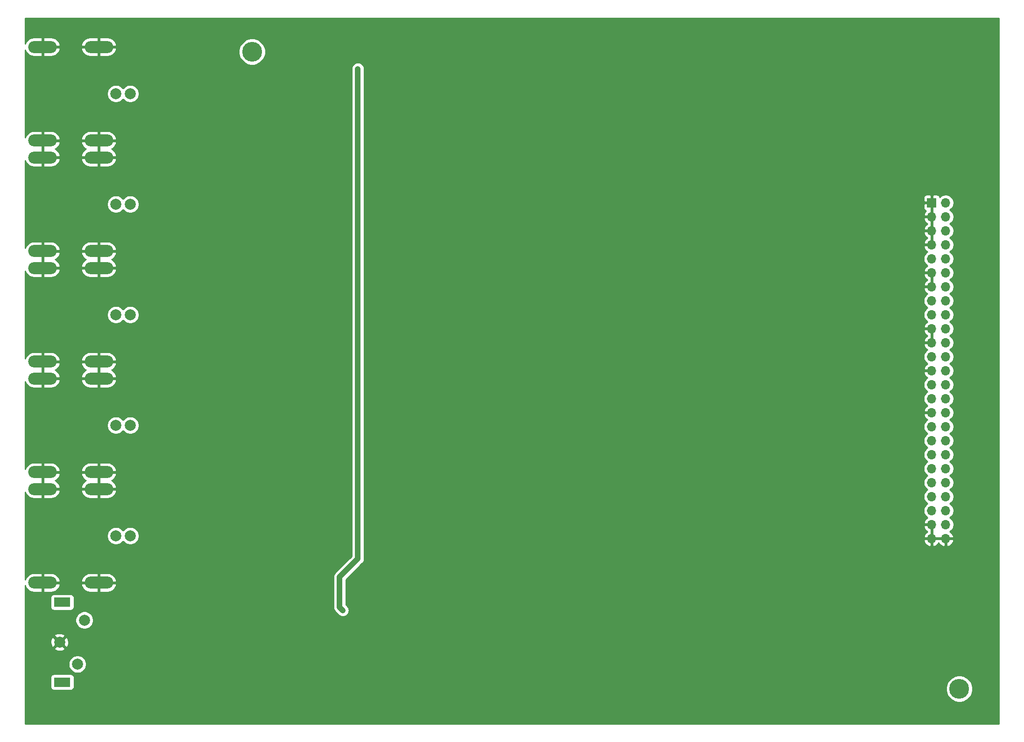
<source format=gbr>
%TF.GenerationSoftware,KiCad,Pcbnew,5.1.12-84ad8e8a86~92~ubuntu20.04.1*%
%TF.CreationDate,2022-06-23T00:06:00+02:00*%
%TF.ProjectId,rgb-board,7267622d-626f-4617-9264-2e6b69636164,rev?*%
%TF.SameCoordinates,Original*%
%TF.FileFunction,Copper,L2,Bot*%
%TF.FilePolarity,Positive*%
%FSLAX46Y46*%
G04 Gerber Fmt 4.6, Leading zero omitted, Abs format (unit mm)*
G04 Created by KiCad (PCBNEW 5.1.12-84ad8e8a86~92~ubuntu20.04.1) date 2022-06-23 00:06:00*
%MOMM*%
%LPD*%
G01*
G04 APERTURE LIST*
%TA.AperFunction,ComponentPad*%
%ADD10C,2.000000*%
%TD*%
%TA.AperFunction,ComponentPad*%
%ADD11O,5.200000X2.200000*%
%TD*%
%TA.AperFunction,WasherPad*%
%ADD12C,3.600000*%
%TD*%
%TA.AperFunction,ComponentPad*%
%ADD13R,1.700000X1.700000*%
%TD*%
%TA.AperFunction,ComponentPad*%
%ADD14O,1.700000X1.700000*%
%TD*%
%TA.AperFunction,WasherPad*%
%ADD15R,3.000000X1.700000*%
%TD*%
%TA.AperFunction,ViaPad*%
%ADD16C,0.800000*%
%TD*%
%TA.AperFunction,Conductor*%
%ADD17C,1.000000*%
%TD*%
%TA.AperFunction,Conductor*%
%ADD18C,0.254000*%
%TD*%
%TA.AperFunction,Conductor*%
%ADD19C,0.100000*%
%TD*%
G04 APERTURE END LIST*
D10*
%TO.P,J6,2*%
%TO.N,/HD/CS*%
X69596000Y-105029000D03*
%TO.P,J6,1*%
X66996000Y-105029000D03*
D11*
%TO.P,J6,3*%
%TO.N,GND*%
X63896000Y-113529000D03*
X53696000Y-113529000D03*
X63896000Y-96529000D03*
X53696000Y-96529000D03*
%TD*%
D12*
%TO.P,J3,*%
%TO.N,*%
X91694000Y-37211000D03*
%TD*%
%TO.P,J4,*%
%TO.N,*%
X219925000Y-152875000D03*
%TD*%
D13*
%TO.P,J1,1*%
%TO.N,GND*%
X214920000Y-64630000D03*
D14*
%TO.P,J1,2*%
%TO.N,/Y*%
X217460000Y-64630000D03*
%TO.P,J1,3*%
%TO.N,GND*%
X214920000Y-67170000D03*
%TO.P,J1,4*%
%TO.N,/B-Y*%
X217460000Y-67170000D03*
%TO.P,J1,5*%
%TO.N,GND*%
X214920000Y-69710000D03*
%TO.P,J1,6*%
%TO.N,/R-Y*%
X217460000Y-69710000D03*
%TO.P,J1,7*%
%TO.N,GND*%
X214920000Y-72250000D03*
%TO.P,J1,8*%
%TO.N,N/C*%
X217460000Y-72250000D03*
%TO.P,J1,9*%
X214920000Y-74790000D03*
%TO.P,J1,10*%
X217460000Y-74790000D03*
%TO.P,J1,11*%
%TO.N,GND*%
X214920000Y-77330000D03*
%TO.P,J1,12*%
%TO.N,/HD*%
X217460000Y-77330000D03*
%TO.P,J1,13*%
%TO.N,GND*%
X214920000Y-79870000D03*
%TO.P,J1,14*%
%TO.N,/VD_*%
X217460000Y-79870000D03*
%TO.P,J1,15*%
%TO.N,N/C*%
X214920000Y-82410000D03*
%TO.P,J1,16*%
X217460000Y-82410000D03*
%TO.P,J1,17*%
X214920000Y-84950000D03*
%TO.P,J1,18*%
X217460000Y-84950000D03*
%TO.P,J1,19*%
%TO.N,GND*%
X214920000Y-87490000D03*
%TO.P,J1,20*%
%TO.N,N/C*%
X217460000Y-87490000D03*
%TO.P,J1,21*%
%TO.N,GND*%
X214920000Y-90030000D03*
%TO.P,J1,22*%
%TO.N,N/C*%
X217460000Y-90030000D03*
%TO.P,J1,23*%
X214920000Y-92570000D03*
%TO.P,J1,24*%
X217460000Y-92570000D03*
%TO.P,J1,25*%
%TO.N,GND*%
X214920000Y-95110000D03*
%TO.P,J1,26*%
%TO.N,N/C*%
X217460000Y-95110000D03*
%TO.P,J1,27*%
X214920000Y-97650000D03*
%TO.P,J1,28*%
X217460000Y-97650000D03*
%TO.P,J1,29*%
X214920000Y-100190000D03*
%TO.P,J1,30*%
X217460000Y-100190000D03*
%TO.P,J1,31*%
%TO.N,GND*%
X214920000Y-102730000D03*
%TO.P,J1,32*%
%TO.N,N/C*%
X217460000Y-102730000D03*
%TO.P,J1,33*%
X214920000Y-105270000D03*
%TO.P,J1,34*%
X217460000Y-105270000D03*
%TO.P,J1,35*%
X214920000Y-107810000D03*
%TO.P,J1,36*%
X217460000Y-107810000D03*
%TO.P,J1,37*%
X214920000Y-110350000D03*
%TO.P,J1,38*%
X217460000Y-110350000D03*
%TO.P,J1,39*%
%TO.N,/VCC+14V*%
X214920000Y-112890000D03*
%TO.P,J1,40*%
%TO.N,N/C*%
X217460000Y-112890000D03*
%TO.P,J1,41*%
%TO.N,/VCC+14V*%
X214920000Y-115430000D03*
%TO.P,J1,42*%
%TO.N,N/C*%
X217460000Y-115430000D03*
%TO.P,J1,43*%
X214920000Y-117970000D03*
%TO.P,J1,44*%
X217460000Y-117970000D03*
%TO.P,J1,45*%
X214920000Y-120510000D03*
%TO.P,J1,46*%
X217460000Y-120510000D03*
%TO.P,J1,47*%
%TO.N,GND*%
X214920000Y-123050000D03*
%TO.P,J1,48*%
%TO.N,/AUDIO_*%
X217460000Y-123050000D03*
%TO.P,J1,49*%
%TO.N,GND*%
X214920000Y-125590000D03*
%TO.P,J1,50*%
X217460000Y-125590000D03*
%TD*%
D11*
%TO.P,J5,3*%
%TO.N,GND*%
X53696000Y-36331000D03*
X63896000Y-36331000D03*
X53696000Y-53331000D03*
X63896000Y-53331000D03*
D10*
%TO.P,J5,1*%
%TO.N,/G/Y*%
X66996000Y-44831000D03*
%TO.P,J5,2*%
X69596000Y-44831000D03*
%TD*%
%TO.P,J7,2*%
%TO.N,/B/B-Y*%
X69596000Y-64897000D03*
%TO.P,J7,1*%
X66996000Y-64897000D03*
D11*
%TO.P,J7,3*%
%TO.N,GND*%
X63896000Y-73397000D03*
X53696000Y-73397000D03*
X63896000Y-56397000D03*
X53696000Y-56397000D03*
%TD*%
D10*
%TO.P,J8,2*%
%TO.N,/VD*%
X69596000Y-125095000D03*
%TO.P,J8,1*%
X66996000Y-125095000D03*
D11*
%TO.P,J8,3*%
%TO.N,GND*%
X63896000Y-133595000D03*
X53696000Y-133595000D03*
X63896000Y-116595000D03*
X53696000Y-116595000D03*
%TD*%
%TO.P,J9,3*%
%TO.N,GND*%
X53696000Y-76463000D03*
X63896000Y-76463000D03*
X53696000Y-93463000D03*
X63896000Y-93463000D03*
D10*
%TO.P,J9,1*%
%TO.N,/R/R-Y*%
X66996000Y-84963000D03*
%TO.P,J9,2*%
X69596000Y-84963000D03*
%TD*%
D15*
%TO.P,J10,*%
%TO.N,*%
X57284000Y-151649000D03*
X57284000Y-137149000D03*
D10*
%TO.P,J10,3*%
%TO.N,GND*%
X56784000Y-144399000D03*
%TO.P,J10,1*%
%TO.N,/AUDIO_R*%
X61284000Y-140399000D03*
%TO.P,J10,2*%
%TO.N,/AUDIO_L*%
X60034000Y-148399000D03*
%TD*%
D16*
%TO.N,+12V*%
X110871000Y-40322500D03*
X108140500Y-138620500D03*
X110871000Y-112903000D03*
X110871000Y-96456500D03*
X110871000Y-91122500D03*
X110871000Y-75247500D03*
X110871000Y-82486500D03*
X110871000Y-66611500D03*
X110871000Y-59499500D03*
X110871000Y-51244500D03*
X110871000Y-108077000D03*
%TD*%
D17*
%TO.N,+12V*%
X110871000Y-96456500D02*
X110871000Y-107315000D01*
X110871000Y-91122500D02*
X110871000Y-96456500D01*
X110871000Y-82486500D02*
X110871000Y-91122500D01*
X110871000Y-75247500D02*
X110871000Y-82486500D01*
X110871000Y-66611500D02*
X110871000Y-75247500D01*
X110871000Y-59499500D02*
X110871000Y-66611500D01*
X110871000Y-51244500D02*
X110871000Y-59499500D01*
X110871000Y-40322500D02*
X110871000Y-51244500D01*
X110871000Y-108077000D02*
X110871000Y-112903000D01*
X110871000Y-107315000D02*
X110871000Y-108077000D01*
X107569000Y-138049000D02*
X108140500Y-138620500D01*
X107569000Y-132588000D02*
X107569000Y-138049000D01*
X110871000Y-129286000D02*
X107569000Y-132588000D01*
X110871000Y-112903000D02*
X110871000Y-129286000D01*
%TD*%
D18*
%TO.N,GND*%
X227115000Y-159190000D02*
X50535000Y-159190000D01*
X50535000Y-150799000D01*
X55145928Y-150799000D01*
X55145928Y-152499000D01*
X55158188Y-152623482D01*
X55194498Y-152743180D01*
X55253463Y-152853494D01*
X55332815Y-152950185D01*
X55429506Y-153029537D01*
X55539820Y-153088502D01*
X55659518Y-153124812D01*
X55784000Y-153137072D01*
X58784000Y-153137072D01*
X58908482Y-153124812D01*
X59028180Y-153088502D01*
X59138494Y-153029537D01*
X59235185Y-152950185D01*
X59314537Y-152853494D01*
X59373502Y-152743180D01*
X59406265Y-152635173D01*
X217490000Y-152635173D01*
X217490000Y-153114827D01*
X217583576Y-153585263D01*
X217767131Y-154028405D01*
X218033612Y-154427222D01*
X218372778Y-154766388D01*
X218771595Y-155032869D01*
X219214737Y-155216424D01*
X219685173Y-155310000D01*
X220164827Y-155310000D01*
X220635263Y-155216424D01*
X221078405Y-155032869D01*
X221477222Y-154766388D01*
X221816388Y-154427222D01*
X222082869Y-154028405D01*
X222266424Y-153585263D01*
X222360000Y-153114827D01*
X222360000Y-152635173D01*
X222266424Y-152164737D01*
X222082869Y-151721595D01*
X221816388Y-151322778D01*
X221477222Y-150983612D01*
X221078405Y-150717131D01*
X220635263Y-150533576D01*
X220164827Y-150440000D01*
X219685173Y-150440000D01*
X219214737Y-150533576D01*
X218771595Y-150717131D01*
X218372778Y-150983612D01*
X218033612Y-151322778D01*
X217767131Y-151721595D01*
X217583576Y-152164737D01*
X217490000Y-152635173D01*
X59406265Y-152635173D01*
X59409812Y-152623482D01*
X59422072Y-152499000D01*
X59422072Y-150799000D01*
X59409812Y-150674518D01*
X59373502Y-150554820D01*
X59314537Y-150444506D01*
X59235185Y-150347815D01*
X59138494Y-150268463D01*
X59028180Y-150209498D01*
X58908482Y-150173188D01*
X58784000Y-150160928D01*
X55784000Y-150160928D01*
X55659518Y-150173188D01*
X55539820Y-150209498D01*
X55429506Y-150268463D01*
X55332815Y-150347815D01*
X55253463Y-150444506D01*
X55194498Y-150554820D01*
X55158188Y-150674518D01*
X55145928Y-150799000D01*
X50535000Y-150799000D01*
X50535000Y-148237967D01*
X58399000Y-148237967D01*
X58399000Y-148560033D01*
X58461832Y-148875912D01*
X58585082Y-149173463D01*
X58764013Y-149441252D01*
X58991748Y-149668987D01*
X59259537Y-149847918D01*
X59557088Y-149971168D01*
X59872967Y-150034000D01*
X60195033Y-150034000D01*
X60510912Y-149971168D01*
X60808463Y-149847918D01*
X61076252Y-149668987D01*
X61303987Y-149441252D01*
X61482918Y-149173463D01*
X61606168Y-148875912D01*
X61669000Y-148560033D01*
X61669000Y-148237967D01*
X61606168Y-147922088D01*
X61482918Y-147624537D01*
X61303987Y-147356748D01*
X61076252Y-147129013D01*
X60808463Y-146950082D01*
X60510912Y-146826832D01*
X60195033Y-146764000D01*
X59872967Y-146764000D01*
X59557088Y-146826832D01*
X59259537Y-146950082D01*
X58991748Y-147129013D01*
X58764013Y-147356748D01*
X58585082Y-147624537D01*
X58461832Y-147922088D01*
X58399000Y-148237967D01*
X50535000Y-148237967D01*
X50535000Y-145534413D01*
X55828192Y-145534413D01*
X55923956Y-145798814D01*
X56213571Y-145939704D01*
X56525108Y-146021384D01*
X56846595Y-146040718D01*
X57165675Y-145996961D01*
X57470088Y-145891795D01*
X57644044Y-145798814D01*
X57739808Y-145534413D01*
X56784000Y-144578605D01*
X55828192Y-145534413D01*
X50535000Y-145534413D01*
X50535000Y-144461595D01*
X55142282Y-144461595D01*
X55186039Y-144780675D01*
X55291205Y-145085088D01*
X55384186Y-145259044D01*
X55648587Y-145354808D01*
X56604395Y-144399000D01*
X56963605Y-144399000D01*
X57919413Y-145354808D01*
X58183814Y-145259044D01*
X58324704Y-144969429D01*
X58406384Y-144657892D01*
X58425718Y-144336405D01*
X58381961Y-144017325D01*
X58276795Y-143712912D01*
X58183814Y-143538956D01*
X57919413Y-143443192D01*
X56963605Y-144399000D01*
X56604395Y-144399000D01*
X55648587Y-143443192D01*
X55384186Y-143538956D01*
X55243296Y-143828571D01*
X55161616Y-144140108D01*
X55142282Y-144461595D01*
X50535000Y-144461595D01*
X50535000Y-143263587D01*
X55828192Y-143263587D01*
X56784000Y-144219395D01*
X57739808Y-143263587D01*
X57644044Y-142999186D01*
X57354429Y-142858296D01*
X57042892Y-142776616D01*
X56721405Y-142757282D01*
X56402325Y-142801039D01*
X56097912Y-142906205D01*
X55923956Y-142999186D01*
X55828192Y-143263587D01*
X50535000Y-143263587D01*
X50535000Y-140237967D01*
X59649000Y-140237967D01*
X59649000Y-140560033D01*
X59711832Y-140875912D01*
X59835082Y-141173463D01*
X60014013Y-141441252D01*
X60241748Y-141668987D01*
X60509537Y-141847918D01*
X60807088Y-141971168D01*
X61122967Y-142034000D01*
X61445033Y-142034000D01*
X61760912Y-141971168D01*
X62058463Y-141847918D01*
X62326252Y-141668987D01*
X62553987Y-141441252D01*
X62732918Y-141173463D01*
X62856168Y-140875912D01*
X62919000Y-140560033D01*
X62919000Y-140237967D01*
X62856168Y-139922088D01*
X62732918Y-139624537D01*
X62553987Y-139356748D01*
X62326252Y-139129013D01*
X62058463Y-138950082D01*
X61760912Y-138826832D01*
X61445033Y-138764000D01*
X61122967Y-138764000D01*
X60807088Y-138826832D01*
X60509537Y-138950082D01*
X60241748Y-139129013D01*
X60014013Y-139356748D01*
X59835082Y-139624537D01*
X59711832Y-139922088D01*
X59649000Y-140237967D01*
X50535000Y-140237967D01*
X50535000Y-136299000D01*
X55145928Y-136299000D01*
X55145928Y-137999000D01*
X55158188Y-138123482D01*
X55194498Y-138243180D01*
X55253463Y-138353494D01*
X55332815Y-138450185D01*
X55429506Y-138529537D01*
X55539820Y-138588502D01*
X55659518Y-138624812D01*
X55784000Y-138637072D01*
X58784000Y-138637072D01*
X58908482Y-138624812D01*
X59028180Y-138588502D01*
X59138494Y-138529537D01*
X59235185Y-138450185D01*
X59314537Y-138353494D01*
X59373502Y-138243180D01*
X59409812Y-138123482D01*
X59422072Y-137999000D01*
X59422072Y-136299000D01*
X59409812Y-136174518D01*
X59373502Y-136054820D01*
X59314537Y-135944506D01*
X59235185Y-135847815D01*
X59138494Y-135768463D01*
X59028180Y-135709498D01*
X58908482Y-135673188D01*
X58784000Y-135660928D01*
X55784000Y-135660928D01*
X55659518Y-135673188D01*
X55539820Y-135709498D01*
X55429506Y-135768463D01*
X55332815Y-135847815D01*
X55253463Y-135944506D01*
X55194498Y-136054820D01*
X55158188Y-136174518D01*
X55145928Y-136299000D01*
X50535000Y-136299000D01*
X50535000Y-134103765D01*
X50544469Y-134141622D01*
X50682843Y-134453317D01*
X50879367Y-134732027D01*
X51126489Y-134967042D01*
X51414712Y-135149330D01*
X51732959Y-135271886D01*
X52069000Y-135330000D01*
X53569000Y-135330000D01*
X53569000Y-133722000D01*
X53823000Y-133722000D01*
X53823000Y-135330000D01*
X55323000Y-135330000D01*
X55659041Y-135271886D01*
X55977288Y-135149330D01*
X56265511Y-134967042D01*
X56512633Y-134732027D01*
X56709157Y-134453317D01*
X56847531Y-134141622D01*
X56885175Y-133991122D01*
X60706825Y-133991122D01*
X60744469Y-134141622D01*
X60882843Y-134453317D01*
X61079367Y-134732027D01*
X61326489Y-134967042D01*
X61614712Y-135149330D01*
X61932959Y-135271886D01*
X62269000Y-135330000D01*
X63769000Y-135330000D01*
X63769000Y-133722000D01*
X64023000Y-133722000D01*
X64023000Y-135330000D01*
X65523000Y-135330000D01*
X65859041Y-135271886D01*
X66177288Y-135149330D01*
X66465511Y-134967042D01*
X66712633Y-134732027D01*
X66909157Y-134453317D01*
X67047531Y-134141622D01*
X67085175Y-133991122D01*
X66967125Y-133722000D01*
X64023000Y-133722000D01*
X63769000Y-133722000D01*
X60824875Y-133722000D01*
X60706825Y-133991122D01*
X56885175Y-133991122D01*
X56767125Y-133722000D01*
X53823000Y-133722000D01*
X53569000Y-133722000D01*
X53549000Y-133722000D01*
X53549000Y-133468000D01*
X53569000Y-133468000D01*
X53569000Y-131860000D01*
X53823000Y-131860000D01*
X53823000Y-133468000D01*
X56767125Y-133468000D01*
X56885175Y-133198878D01*
X60706825Y-133198878D01*
X60824875Y-133468000D01*
X63769000Y-133468000D01*
X63769000Y-131860000D01*
X64023000Y-131860000D01*
X64023000Y-133468000D01*
X66967125Y-133468000D01*
X67085175Y-133198878D01*
X67047531Y-133048378D01*
X66909157Y-132736683D01*
X66804318Y-132588000D01*
X106428509Y-132588000D01*
X106434000Y-132643752D01*
X106434001Y-137993239D01*
X106428509Y-138049000D01*
X106450423Y-138271498D01*
X106515324Y-138485446D01*
X106538891Y-138529537D01*
X106620717Y-138682623D01*
X106762552Y-138855449D01*
X106805860Y-138890991D01*
X107377357Y-139462488D01*
X107506878Y-139568783D01*
X107704053Y-139674176D01*
X107918001Y-139739077D01*
X108140499Y-139760991D01*
X108362998Y-139739077D01*
X108576946Y-139674176D01*
X108774122Y-139568783D01*
X108946948Y-139426948D01*
X109088783Y-139254122D01*
X109194176Y-139056946D01*
X109259077Y-138842998D01*
X109280991Y-138620499D01*
X109259077Y-138398001D01*
X109194176Y-138184053D01*
X109088783Y-137986878D01*
X108982488Y-137857357D01*
X108704000Y-137578869D01*
X108704000Y-133058131D01*
X111634141Y-130127991D01*
X111677449Y-130092449D01*
X111819284Y-129919623D01*
X111924676Y-129722447D01*
X111989577Y-129508499D01*
X112006000Y-129341752D01*
X112006000Y-129341745D01*
X112011490Y-129286001D01*
X112006000Y-129230257D01*
X112006000Y-125946890D01*
X213478524Y-125946890D01*
X213523175Y-126094099D01*
X213648359Y-126356920D01*
X213822412Y-126590269D01*
X214038645Y-126785178D01*
X214288748Y-126934157D01*
X214563109Y-127031481D01*
X214793000Y-126910814D01*
X214793000Y-125717000D01*
X215047000Y-125717000D01*
X215047000Y-126910814D01*
X215276891Y-127031481D01*
X215551252Y-126934157D01*
X215801355Y-126785178D01*
X216017588Y-126590269D01*
X216190000Y-126359120D01*
X216362412Y-126590269D01*
X216578645Y-126785178D01*
X216828748Y-126934157D01*
X217103109Y-127031481D01*
X217333000Y-126910814D01*
X217333000Y-125717000D01*
X217587000Y-125717000D01*
X217587000Y-126910814D01*
X217816891Y-127031481D01*
X218091252Y-126934157D01*
X218341355Y-126785178D01*
X218557588Y-126590269D01*
X218731641Y-126356920D01*
X218856825Y-126094099D01*
X218901476Y-125946890D01*
X218780155Y-125717000D01*
X217587000Y-125717000D01*
X217333000Y-125717000D01*
X215047000Y-125717000D01*
X214793000Y-125717000D01*
X213599845Y-125717000D01*
X213478524Y-125946890D01*
X112006000Y-125946890D01*
X112006000Y-123406890D01*
X213478524Y-123406890D01*
X213523175Y-123554099D01*
X213648359Y-123816920D01*
X213822412Y-124050269D01*
X214038645Y-124245178D01*
X214164255Y-124320000D01*
X214038645Y-124394822D01*
X213822412Y-124589731D01*
X213648359Y-124823080D01*
X213523175Y-125085901D01*
X213478524Y-125233110D01*
X213599845Y-125463000D01*
X214793000Y-125463000D01*
X214793000Y-123177000D01*
X213599845Y-123177000D01*
X213478524Y-123406890D01*
X112006000Y-123406890D01*
X112006000Y-87846890D01*
X213478524Y-87846890D01*
X213523175Y-87994099D01*
X213648359Y-88256920D01*
X213822412Y-88490269D01*
X214038645Y-88685178D01*
X214164255Y-88760000D01*
X214038645Y-88834822D01*
X213822412Y-89029731D01*
X213648359Y-89263080D01*
X213523175Y-89525901D01*
X213478524Y-89673110D01*
X213599845Y-89903000D01*
X214793000Y-89903000D01*
X214793000Y-87617000D01*
X213599845Y-87617000D01*
X213478524Y-87846890D01*
X112006000Y-87846890D01*
X112006000Y-77686890D01*
X213478524Y-77686890D01*
X213523175Y-77834099D01*
X213648359Y-78096920D01*
X213822412Y-78330269D01*
X214038645Y-78525178D01*
X214164255Y-78600000D01*
X214038645Y-78674822D01*
X213822412Y-78869731D01*
X213648359Y-79103080D01*
X213523175Y-79365901D01*
X213478524Y-79513110D01*
X213599845Y-79743000D01*
X214793000Y-79743000D01*
X214793000Y-77457000D01*
X213599845Y-77457000D01*
X213478524Y-77686890D01*
X112006000Y-77686890D01*
X112006000Y-74643740D01*
X213435000Y-74643740D01*
X213435000Y-74936260D01*
X213492068Y-75223158D01*
X213604010Y-75493411D01*
X213766525Y-75736632D01*
X213973368Y-75943475D01*
X214155534Y-76065195D01*
X214038645Y-76134822D01*
X213822412Y-76329731D01*
X213648359Y-76563080D01*
X213523175Y-76825901D01*
X213478524Y-76973110D01*
X213599845Y-77203000D01*
X214793000Y-77203000D01*
X214793000Y-77183000D01*
X215047000Y-77183000D01*
X215047000Y-77203000D01*
X215067000Y-77203000D01*
X215067000Y-77457000D01*
X215047000Y-77457000D01*
X215047000Y-79743000D01*
X215067000Y-79743000D01*
X215067000Y-79997000D01*
X215047000Y-79997000D01*
X215047000Y-80017000D01*
X214793000Y-80017000D01*
X214793000Y-79997000D01*
X213599845Y-79997000D01*
X213478524Y-80226890D01*
X213523175Y-80374099D01*
X213648359Y-80636920D01*
X213822412Y-80870269D01*
X214038645Y-81065178D01*
X214155534Y-81134805D01*
X213973368Y-81256525D01*
X213766525Y-81463368D01*
X213604010Y-81706589D01*
X213492068Y-81976842D01*
X213435000Y-82263740D01*
X213435000Y-82556260D01*
X213492068Y-82843158D01*
X213604010Y-83113411D01*
X213766525Y-83356632D01*
X213973368Y-83563475D01*
X214147760Y-83680000D01*
X213973368Y-83796525D01*
X213766525Y-84003368D01*
X213604010Y-84246589D01*
X213492068Y-84516842D01*
X213435000Y-84803740D01*
X213435000Y-85096260D01*
X213492068Y-85383158D01*
X213604010Y-85653411D01*
X213766525Y-85896632D01*
X213973368Y-86103475D01*
X214155534Y-86225195D01*
X214038645Y-86294822D01*
X213822412Y-86489731D01*
X213648359Y-86723080D01*
X213523175Y-86985901D01*
X213478524Y-87133110D01*
X213599845Y-87363000D01*
X214793000Y-87363000D01*
X214793000Y-87343000D01*
X215047000Y-87343000D01*
X215047000Y-87363000D01*
X215067000Y-87363000D01*
X215067000Y-87617000D01*
X215047000Y-87617000D01*
X215047000Y-89903000D01*
X215067000Y-89903000D01*
X215067000Y-90157000D01*
X215047000Y-90157000D01*
X215047000Y-90177000D01*
X214793000Y-90177000D01*
X214793000Y-90157000D01*
X213599845Y-90157000D01*
X213478524Y-90386890D01*
X213523175Y-90534099D01*
X213648359Y-90796920D01*
X213822412Y-91030269D01*
X214038645Y-91225178D01*
X214155534Y-91294805D01*
X213973368Y-91416525D01*
X213766525Y-91623368D01*
X213604010Y-91866589D01*
X213492068Y-92136842D01*
X213435000Y-92423740D01*
X213435000Y-92716260D01*
X213492068Y-93003158D01*
X213604010Y-93273411D01*
X213766525Y-93516632D01*
X213973368Y-93723475D01*
X214155534Y-93845195D01*
X214038645Y-93914822D01*
X213822412Y-94109731D01*
X213648359Y-94343080D01*
X213523175Y-94605901D01*
X213478524Y-94753110D01*
X213599845Y-94983000D01*
X214793000Y-94983000D01*
X214793000Y-94963000D01*
X215047000Y-94963000D01*
X215047000Y-94983000D01*
X215067000Y-94983000D01*
X215067000Y-95237000D01*
X215047000Y-95237000D01*
X215047000Y-95257000D01*
X214793000Y-95257000D01*
X214793000Y-95237000D01*
X213599845Y-95237000D01*
X213478524Y-95466890D01*
X213523175Y-95614099D01*
X213648359Y-95876920D01*
X213822412Y-96110269D01*
X214038645Y-96305178D01*
X214155534Y-96374805D01*
X213973368Y-96496525D01*
X213766525Y-96703368D01*
X213604010Y-96946589D01*
X213492068Y-97216842D01*
X213435000Y-97503740D01*
X213435000Y-97796260D01*
X213492068Y-98083158D01*
X213604010Y-98353411D01*
X213766525Y-98596632D01*
X213973368Y-98803475D01*
X214147760Y-98920000D01*
X213973368Y-99036525D01*
X213766525Y-99243368D01*
X213604010Y-99486589D01*
X213492068Y-99756842D01*
X213435000Y-100043740D01*
X213435000Y-100336260D01*
X213492068Y-100623158D01*
X213604010Y-100893411D01*
X213766525Y-101136632D01*
X213973368Y-101343475D01*
X214155534Y-101465195D01*
X214038645Y-101534822D01*
X213822412Y-101729731D01*
X213648359Y-101963080D01*
X213523175Y-102225901D01*
X213478524Y-102373110D01*
X213599845Y-102603000D01*
X214793000Y-102603000D01*
X214793000Y-102583000D01*
X215047000Y-102583000D01*
X215047000Y-102603000D01*
X215067000Y-102603000D01*
X215067000Y-102857000D01*
X215047000Y-102857000D01*
X215047000Y-102877000D01*
X214793000Y-102877000D01*
X214793000Y-102857000D01*
X213599845Y-102857000D01*
X213478524Y-103086890D01*
X213523175Y-103234099D01*
X213648359Y-103496920D01*
X213822412Y-103730269D01*
X214038645Y-103925178D01*
X214155534Y-103994805D01*
X213973368Y-104116525D01*
X213766525Y-104323368D01*
X213604010Y-104566589D01*
X213492068Y-104836842D01*
X213435000Y-105123740D01*
X213435000Y-105416260D01*
X213492068Y-105703158D01*
X213604010Y-105973411D01*
X213766525Y-106216632D01*
X213973368Y-106423475D01*
X214147760Y-106540000D01*
X213973368Y-106656525D01*
X213766525Y-106863368D01*
X213604010Y-107106589D01*
X213492068Y-107376842D01*
X213435000Y-107663740D01*
X213435000Y-107956260D01*
X213492068Y-108243158D01*
X213604010Y-108513411D01*
X213766525Y-108756632D01*
X213973368Y-108963475D01*
X214147760Y-109080000D01*
X213973368Y-109196525D01*
X213766525Y-109403368D01*
X213604010Y-109646589D01*
X213492068Y-109916842D01*
X213435000Y-110203740D01*
X213435000Y-110496260D01*
X213492068Y-110783158D01*
X213604010Y-111053411D01*
X213766525Y-111296632D01*
X213973368Y-111503475D01*
X214147760Y-111620000D01*
X213973368Y-111736525D01*
X213766525Y-111943368D01*
X213604010Y-112186589D01*
X213492068Y-112456842D01*
X213435000Y-112743740D01*
X213435000Y-113036260D01*
X213492068Y-113323158D01*
X213604010Y-113593411D01*
X213766525Y-113836632D01*
X213973368Y-114043475D01*
X214147760Y-114160000D01*
X213973368Y-114276525D01*
X213766525Y-114483368D01*
X213604010Y-114726589D01*
X213492068Y-114996842D01*
X213435000Y-115283740D01*
X213435000Y-115576260D01*
X213492068Y-115863158D01*
X213604010Y-116133411D01*
X213766525Y-116376632D01*
X213973368Y-116583475D01*
X214147760Y-116700000D01*
X213973368Y-116816525D01*
X213766525Y-117023368D01*
X213604010Y-117266589D01*
X213492068Y-117536842D01*
X213435000Y-117823740D01*
X213435000Y-118116260D01*
X213492068Y-118403158D01*
X213604010Y-118673411D01*
X213766525Y-118916632D01*
X213973368Y-119123475D01*
X214147760Y-119240000D01*
X213973368Y-119356525D01*
X213766525Y-119563368D01*
X213604010Y-119806589D01*
X213492068Y-120076842D01*
X213435000Y-120363740D01*
X213435000Y-120656260D01*
X213492068Y-120943158D01*
X213604010Y-121213411D01*
X213766525Y-121456632D01*
X213973368Y-121663475D01*
X214155534Y-121785195D01*
X214038645Y-121854822D01*
X213822412Y-122049731D01*
X213648359Y-122283080D01*
X213523175Y-122545901D01*
X213478524Y-122693110D01*
X213599845Y-122923000D01*
X214793000Y-122923000D01*
X214793000Y-122903000D01*
X215047000Y-122903000D01*
X215047000Y-122923000D01*
X215067000Y-122923000D01*
X215067000Y-123177000D01*
X215047000Y-123177000D01*
X215047000Y-125463000D01*
X217333000Y-125463000D01*
X217333000Y-125443000D01*
X217587000Y-125443000D01*
X217587000Y-125463000D01*
X218780155Y-125463000D01*
X218901476Y-125233110D01*
X218856825Y-125085901D01*
X218731641Y-124823080D01*
X218557588Y-124589731D01*
X218341355Y-124394822D01*
X218224466Y-124325195D01*
X218406632Y-124203475D01*
X218613475Y-123996632D01*
X218775990Y-123753411D01*
X218887932Y-123483158D01*
X218945000Y-123196260D01*
X218945000Y-122903740D01*
X218887932Y-122616842D01*
X218775990Y-122346589D01*
X218613475Y-122103368D01*
X218406632Y-121896525D01*
X218232240Y-121780000D01*
X218406632Y-121663475D01*
X218613475Y-121456632D01*
X218775990Y-121213411D01*
X218887932Y-120943158D01*
X218945000Y-120656260D01*
X218945000Y-120363740D01*
X218887932Y-120076842D01*
X218775990Y-119806589D01*
X218613475Y-119563368D01*
X218406632Y-119356525D01*
X218232240Y-119240000D01*
X218406632Y-119123475D01*
X218613475Y-118916632D01*
X218775990Y-118673411D01*
X218887932Y-118403158D01*
X218945000Y-118116260D01*
X218945000Y-117823740D01*
X218887932Y-117536842D01*
X218775990Y-117266589D01*
X218613475Y-117023368D01*
X218406632Y-116816525D01*
X218232240Y-116700000D01*
X218406632Y-116583475D01*
X218613475Y-116376632D01*
X218775990Y-116133411D01*
X218887932Y-115863158D01*
X218945000Y-115576260D01*
X218945000Y-115283740D01*
X218887932Y-114996842D01*
X218775990Y-114726589D01*
X218613475Y-114483368D01*
X218406632Y-114276525D01*
X218232240Y-114160000D01*
X218406632Y-114043475D01*
X218613475Y-113836632D01*
X218775990Y-113593411D01*
X218887932Y-113323158D01*
X218945000Y-113036260D01*
X218945000Y-112743740D01*
X218887932Y-112456842D01*
X218775990Y-112186589D01*
X218613475Y-111943368D01*
X218406632Y-111736525D01*
X218232240Y-111620000D01*
X218406632Y-111503475D01*
X218613475Y-111296632D01*
X218775990Y-111053411D01*
X218887932Y-110783158D01*
X218945000Y-110496260D01*
X218945000Y-110203740D01*
X218887932Y-109916842D01*
X218775990Y-109646589D01*
X218613475Y-109403368D01*
X218406632Y-109196525D01*
X218232240Y-109080000D01*
X218406632Y-108963475D01*
X218613475Y-108756632D01*
X218775990Y-108513411D01*
X218887932Y-108243158D01*
X218945000Y-107956260D01*
X218945000Y-107663740D01*
X218887932Y-107376842D01*
X218775990Y-107106589D01*
X218613475Y-106863368D01*
X218406632Y-106656525D01*
X218232240Y-106540000D01*
X218406632Y-106423475D01*
X218613475Y-106216632D01*
X218775990Y-105973411D01*
X218887932Y-105703158D01*
X218945000Y-105416260D01*
X218945000Y-105123740D01*
X218887932Y-104836842D01*
X218775990Y-104566589D01*
X218613475Y-104323368D01*
X218406632Y-104116525D01*
X218232240Y-104000000D01*
X218406632Y-103883475D01*
X218613475Y-103676632D01*
X218775990Y-103433411D01*
X218887932Y-103163158D01*
X218945000Y-102876260D01*
X218945000Y-102583740D01*
X218887932Y-102296842D01*
X218775990Y-102026589D01*
X218613475Y-101783368D01*
X218406632Y-101576525D01*
X218232240Y-101460000D01*
X218406632Y-101343475D01*
X218613475Y-101136632D01*
X218775990Y-100893411D01*
X218887932Y-100623158D01*
X218945000Y-100336260D01*
X218945000Y-100043740D01*
X218887932Y-99756842D01*
X218775990Y-99486589D01*
X218613475Y-99243368D01*
X218406632Y-99036525D01*
X218232240Y-98920000D01*
X218406632Y-98803475D01*
X218613475Y-98596632D01*
X218775990Y-98353411D01*
X218887932Y-98083158D01*
X218945000Y-97796260D01*
X218945000Y-97503740D01*
X218887932Y-97216842D01*
X218775990Y-96946589D01*
X218613475Y-96703368D01*
X218406632Y-96496525D01*
X218232240Y-96380000D01*
X218406632Y-96263475D01*
X218613475Y-96056632D01*
X218775990Y-95813411D01*
X218887932Y-95543158D01*
X218945000Y-95256260D01*
X218945000Y-94963740D01*
X218887932Y-94676842D01*
X218775990Y-94406589D01*
X218613475Y-94163368D01*
X218406632Y-93956525D01*
X218232240Y-93840000D01*
X218406632Y-93723475D01*
X218613475Y-93516632D01*
X218775990Y-93273411D01*
X218887932Y-93003158D01*
X218945000Y-92716260D01*
X218945000Y-92423740D01*
X218887932Y-92136842D01*
X218775990Y-91866589D01*
X218613475Y-91623368D01*
X218406632Y-91416525D01*
X218232240Y-91300000D01*
X218406632Y-91183475D01*
X218613475Y-90976632D01*
X218775990Y-90733411D01*
X218887932Y-90463158D01*
X218945000Y-90176260D01*
X218945000Y-89883740D01*
X218887932Y-89596842D01*
X218775990Y-89326589D01*
X218613475Y-89083368D01*
X218406632Y-88876525D01*
X218232240Y-88760000D01*
X218406632Y-88643475D01*
X218613475Y-88436632D01*
X218775990Y-88193411D01*
X218887932Y-87923158D01*
X218945000Y-87636260D01*
X218945000Y-87343740D01*
X218887932Y-87056842D01*
X218775990Y-86786589D01*
X218613475Y-86543368D01*
X218406632Y-86336525D01*
X218232240Y-86220000D01*
X218406632Y-86103475D01*
X218613475Y-85896632D01*
X218775990Y-85653411D01*
X218887932Y-85383158D01*
X218945000Y-85096260D01*
X218945000Y-84803740D01*
X218887932Y-84516842D01*
X218775990Y-84246589D01*
X218613475Y-84003368D01*
X218406632Y-83796525D01*
X218232240Y-83680000D01*
X218406632Y-83563475D01*
X218613475Y-83356632D01*
X218775990Y-83113411D01*
X218887932Y-82843158D01*
X218945000Y-82556260D01*
X218945000Y-82263740D01*
X218887932Y-81976842D01*
X218775990Y-81706589D01*
X218613475Y-81463368D01*
X218406632Y-81256525D01*
X218232240Y-81140000D01*
X218406632Y-81023475D01*
X218613475Y-80816632D01*
X218775990Y-80573411D01*
X218887932Y-80303158D01*
X218945000Y-80016260D01*
X218945000Y-79723740D01*
X218887932Y-79436842D01*
X218775990Y-79166589D01*
X218613475Y-78923368D01*
X218406632Y-78716525D01*
X218232240Y-78600000D01*
X218406632Y-78483475D01*
X218613475Y-78276632D01*
X218775990Y-78033411D01*
X218887932Y-77763158D01*
X218945000Y-77476260D01*
X218945000Y-77183740D01*
X218887932Y-76896842D01*
X218775990Y-76626589D01*
X218613475Y-76383368D01*
X218406632Y-76176525D01*
X218232240Y-76060000D01*
X218406632Y-75943475D01*
X218613475Y-75736632D01*
X218775990Y-75493411D01*
X218887932Y-75223158D01*
X218945000Y-74936260D01*
X218945000Y-74643740D01*
X218887932Y-74356842D01*
X218775990Y-74086589D01*
X218613475Y-73843368D01*
X218406632Y-73636525D01*
X218232240Y-73520000D01*
X218406632Y-73403475D01*
X218613475Y-73196632D01*
X218775990Y-72953411D01*
X218887932Y-72683158D01*
X218945000Y-72396260D01*
X218945000Y-72103740D01*
X218887932Y-71816842D01*
X218775990Y-71546589D01*
X218613475Y-71303368D01*
X218406632Y-71096525D01*
X218232240Y-70980000D01*
X218406632Y-70863475D01*
X218613475Y-70656632D01*
X218775990Y-70413411D01*
X218887932Y-70143158D01*
X218945000Y-69856260D01*
X218945000Y-69563740D01*
X218887932Y-69276842D01*
X218775990Y-69006589D01*
X218613475Y-68763368D01*
X218406632Y-68556525D01*
X218232240Y-68440000D01*
X218406632Y-68323475D01*
X218613475Y-68116632D01*
X218775990Y-67873411D01*
X218887932Y-67603158D01*
X218945000Y-67316260D01*
X218945000Y-67023740D01*
X218887932Y-66736842D01*
X218775990Y-66466589D01*
X218613475Y-66223368D01*
X218406632Y-66016525D01*
X218232240Y-65900000D01*
X218406632Y-65783475D01*
X218613475Y-65576632D01*
X218775990Y-65333411D01*
X218887932Y-65063158D01*
X218945000Y-64776260D01*
X218945000Y-64483740D01*
X218887932Y-64196842D01*
X218775990Y-63926589D01*
X218613475Y-63683368D01*
X218406632Y-63476525D01*
X218163411Y-63314010D01*
X217893158Y-63202068D01*
X217606260Y-63145000D01*
X217313740Y-63145000D01*
X217026842Y-63202068D01*
X216756589Y-63314010D01*
X216513368Y-63476525D01*
X216381513Y-63608380D01*
X216359502Y-63535820D01*
X216300537Y-63425506D01*
X216221185Y-63328815D01*
X216124494Y-63249463D01*
X216014180Y-63190498D01*
X215894482Y-63154188D01*
X215770000Y-63141928D01*
X215205750Y-63145000D01*
X215047000Y-63303750D01*
X215047000Y-64503000D01*
X215067000Y-64503000D01*
X215067000Y-64757000D01*
X215047000Y-64757000D01*
X215047000Y-67043000D01*
X215067000Y-67043000D01*
X215067000Y-67297000D01*
X215047000Y-67297000D01*
X215047000Y-69583000D01*
X215067000Y-69583000D01*
X215067000Y-69837000D01*
X215047000Y-69837000D01*
X215047000Y-72123000D01*
X215067000Y-72123000D01*
X215067000Y-72377000D01*
X215047000Y-72377000D01*
X215047000Y-72397000D01*
X214793000Y-72397000D01*
X214793000Y-72377000D01*
X213599845Y-72377000D01*
X213478524Y-72606890D01*
X213523175Y-72754099D01*
X213648359Y-73016920D01*
X213822412Y-73250269D01*
X214038645Y-73445178D01*
X214155534Y-73514805D01*
X213973368Y-73636525D01*
X213766525Y-73843368D01*
X213604010Y-74086589D01*
X213492068Y-74356842D01*
X213435000Y-74643740D01*
X112006000Y-74643740D01*
X112006000Y-70066890D01*
X213478524Y-70066890D01*
X213523175Y-70214099D01*
X213648359Y-70476920D01*
X213822412Y-70710269D01*
X214038645Y-70905178D01*
X214164255Y-70980000D01*
X214038645Y-71054822D01*
X213822412Y-71249731D01*
X213648359Y-71483080D01*
X213523175Y-71745901D01*
X213478524Y-71893110D01*
X213599845Y-72123000D01*
X214793000Y-72123000D01*
X214793000Y-69837000D01*
X213599845Y-69837000D01*
X213478524Y-70066890D01*
X112006000Y-70066890D01*
X112006000Y-67526890D01*
X213478524Y-67526890D01*
X213523175Y-67674099D01*
X213648359Y-67936920D01*
X213822412Y-68170269D01*
X214038645Y-68365178D01*
X214164255Y-68440000D01*
X214038645Y-68514822D01*
X213822412Y-68709731D01*
X213648359Y-68943080D01*
X213523175Y-69205901D01*
X213478524Y-69353110D01*
X213599845Y-69583000D01*
X214793000Y-69583000D01*
X214793000Y-67297000D01*
X213599845Y-67297000D01*
X213478524Y-67526890D01*
X112006000Y-67526890D01*
X112006000Y-65480000D01*
X213431928Y-65480000D01*
X213444188Y-65604482D01*
X213480498Y-65724180D01*
X213539463Y-65834494D01*
X213618815Y-65931185D01*
X213715506Y-66010537D01*
X213825820Y-66069502D01*
X213906466Y-66093966D01*
X213822412Y-66169731D01*
X213648359Y-66403080D01*
X213523175Y-66665901D01*
X213478524Y-66813110D01*
X213599845Y-67043000D01*
X214793000Y-67043000D01*
X214793000Y-64757000D01*
X213593750Y-64757000D01*
X213435000Y-64915750D01*
X213431928Y-65480000D01*
X112006000Y-65480000D01*
X112006000Y-63780000D01*
X213431928Y-63780000D01*
X213435000Y-64344250D01*
X213593750Y-64503000D01*
X214793000Y-64503000D01*
X214793000Y-63303750D01*
X214634250Y-63145000D01*
X214070000Y-63141928D01*
X213945518Y-63154188D01*
X213825820Y-63190498D01*
X213715506Y-63249463D01*
X213618815Y-63328815D01*
X213539463Y-63425506D01*
X213480498Y-63535820D01*
X213444188Y-63655518D01*
X213431928Y-63780000D01*
X112006000Y-63780000D01*
X112006000Y-40266748D01*
X111989577Y-40100001D01*
X111924676Y-39886053D01*
X111819284Y-39688877D01*
X111677449Y-39516051D01*
X111504623Y-39374216D01*
X111307446Y-39268824D01*
X111093498Y-39203923D01*
X110871000Y-39182009D01*
X110648501Y-39203923D01*
X110434553Y-39268824D01*
X110237377Y-39374216D01*
X110064551Y-39516051D01*
X109922716Y-39688877D01*
X109817324Y-39886054D01*
X109752423Y-40100002D01*
X109736000Y-40266749D01*
X109736001Y-51188739D01*
X109736000Y-51188749D01*
X109736001Y-59443739D01*
X109736000Y-59443749D01*
X109736001Y-66555739D01*
X109736000Y-66555749D01*
X109736001Y-75191739D01*
X109736000Y-75191749D01*
X109736001Y-82430739D01*
X109736000Y-82430749D01*
X109736001Y-91066739D01*
X109736000Y-91066749D01*
X109736001Y-96400739D01*
X109736000Y-96400749D01*
X109736001Y-107259239D01*
X109736000Y-107259249D01*
X109736000Y-108021249D01*
X109736001Y-112847239D01*
X109736000Y-112847249D01*
X109736001Y-128815867D01*
X106805865Y-131746004D01*
X106762551Y-131781551D01*
X106620716Y-131954377D01*
X106515325Y-132151553D01*
X106515324Y-132151554D01*
X106450423Y-132365502D01*
X106428509Y-132588000D01*
X66804318Y-132588000D01*
X66712633Y-132457973D01*
X66465511Y-132222958D01*
X66177288Y-132040670D01*
X65859041Y-131918114D01*
X65523000Y-131860000D01*
X64023000Y-131860000D01*
X63769000Y-131860000D01*
X62269000Y-131860000D01*
X61932959Y-131918114D01*
X61614712Y-132040670D01*
X61326489Y-132222958D01*
X61079367Y-132457973D01*
X60882843Y-132736683D01*
X60744469Y-133048378D01*
X60706825Y-133198878D01*
X56885175Y-133198878D01*
X56847531Y-133048378D01*
X56709157Y-132736683D01*
X56512633Y-132457973D01*
X56265511Y-132222958D01*
X55977288Y-132040670D01*
X55659041Y-131918114D01*
X55323000Y-131860000D01*
X53823000Y-131860000D01*
X53569000Y-131860000D01*
X52069000Y-131860000D01*
X51732959Y-131918114D01*
X51414712Y-132040670D01*
X51126489Y-132222958D01*
X50879367Y-132457973D01*
X50682843Y-132736683D01*
X50544469Y-133048378D01*
X50535000Y-133086235D01*
X50535000Y-124933967D01*
X65361000Y-124933967D01*
X65361000Y-125256033D01*
X65423832Y-125571912D01*
X65547082Y-125869463D01*
X65726013Y-126137252D01*
X65953748Y-126364987D01*
X66221537Y-126543918D01*
X66519088Y-126667168D01*
X66834967Y-126730000D01*
X67157033Y-126730000D01*
X67472912Y-126667168D01*
X67770463Y-126543918D01*
X68038252Y-126364987D01*
X68265987Y-126137252D01*
X68296000Y-126092334D01*
X68326013Y-126137252D01*
X68553748Y-126364987D01*
X68821537Y-126543918D01*
X69119088Y-126667168D01*
X69434967Y-126730000D01*
X69757033Y-126730000D01*
X70072912Y-126667168D01*
X70370463Y-126543918D01*
X70638252Y-126364987D01*
X70865987Y-126137252D01*
X71044918Y-125869463D01*
X71168168Y-125571912D01*
X71231000Y-125256033D01*
X71231000Y-124933967D01*
X71168168Y-124618088D01*
X71044918Y-124320537D01*
X70865987Y-124052748D01*
X70638252Y-123825013D01*
X70370463Y-123646082D01*
X70072912Y-123522832D01*
X69757033Y-123460000D01*
X69434967Y-123460000D01*
X69119088Y-123522832D01*
X68821537Y-123646082D01*
X68553748Y-123825013D01*
X68326013Y-124052748D01*
X68296000Y-124097666D01*
X68265987Y-124052748D01*
X68038252Y-123825013D01*
X67770463Y-123646082D01*
X67472912Y-123522832D01*
X67157033Y-123460000D01*
X66834967Y-123460000D01*
X66519088Y-123522832D01*
X66221537Y-123646082D01*
X65953748Y-123825013D01*
X65726013Y-124052748D01*
X65547082Y-124320537D01*
X65423832Y-124618088D01*
X65361000Y-124933967D01*
X50535000Y-124933967D01*
X50535000Y-117103765D01*
X50544469Y-117141622D01*
X50682843Y-117453317D01*
X50879367Y-117732027D01*
X51126489Y-117967042D01*
X51414712Y-118149330D01*
X51732959Y-118271886D01*
X52069000Y-118330000D01*
X53569000Y-118330000D01*
X53569000Y-116722000D01*
X53823000Y-116722000D01*
X53823000Y-118330000D01*
X55323000Y-118330000D01*
X55659041Y-118271886D01*
X55977288Y-118149330D01*
X56265511Y-117967042D01*
X56512633Y-117732027D01*
X56709157Y-117453317D01*
X56847531Y-117141622D01*
X56885175Y-116991122D01*
X60706825Y-116991122D01*
X60744469Y-117141622D01*
X60882843Y-117453317D01*
X61079367Y-117732027D01*
X61326489Y-117967042D01*
X61614712Y-118149330D01*
X61932959Y-118271886D01*
X62269000Y-118330000D01*
X63769000Y-118330000D01*
X63769000Y-116722000D01*
X64023000Y-116722000D01*
X64023000Y-118330000D01*
X65523000Y-118330000D01*
X65859041Y-118271886D01*
X66177288Y-118149330D01*
X66465511Y-117967042D01*
X66712633Y-117732027D01*
X66909157Y-117453317D01*
X67047531Y-117141622D01*
X67085175Y-116991122D01*
X66967125Y-116722000D01*
X64023000Y-116722000D01*
X63769000Y-116722000D01*
X60824875Y-116722000D01*
X60706825Y-116991122D01*
X56885175Y-116991122D01*
X56767125Y-116722000D01*
X53823000Y-116722000D01*
X53569000Y-116722000D01*
X53549000Y-116722000D01*
X53549000Y-116468000D01*
X53569000Y-116468000D01*
X53569000Y-113656000D01*
X53823000Y-113656000D01*
X53823000Y-116468000D01*
X56767125Y-116468000D01*
X56885175Y-116198878D01*
X56847531Y-116048378D01*
X56709157Y-115736683D01*
X56512633Y-115457973D01*
X56265511Y-115222958D01*
X56011014Y-115062000D01*
X56265511Y-114901042D01*
X56512633Y-114666027D01*
X56709157Y-114387317D01*
X56847531Y-114075622D01*
X56885175Y-113925122D01*
X60706825Y-113925122D01*
X60744469Y-114075622D01*
X60882843Y-114387317D01*
X61079367Y-114666027D01*
X61326489Y-114901042D01*
X61580986Y-115062000D01*
X61326489Y-115222958D01*
X61079367Y-115457973D01*
X60882843Y-115736683D01*
X60744469Y-116048378D01*
X60706825Y-116198878D01*
X60824875Y-116468000D01*
X63769000Y-116468000D01*
X63769000Y-113656000D01*
X64023000Y-113656000D01*
X64023000Y-116468000D01*
X66967125Y-116468000D01*
X67085175Y-116198878D01*
X67047531Y-116048378D01*
X66909157Y-115736683D01*
X66712633Y-115457973D01*
X66465511Y-115222958D01*
X66211014Y-115062000D01*
X66465511Y-114901042D01*
X66712633Y-114666027D01*
X66909157Y-114387317D01*
X67047531Y-114075622D01*
X67085175Y-113925122D01*
X66967125Y-113656000D01*
X64023000Y-113656000D01*
X63769000Y-113656000D01*
X60824875Y-113656000D01*
X60706825Y-113925122D01*
X56885175Y-113925122D01*
X56767125Y-113656000D01*
X53823000Y-113656000D01*
X53569000Y-113656000D01*
X53549000Y-113656000D01*
X53549000Y-113402000D01*
X53569000Y-113402000D01*
X53569000Y-111794000D01*
X53823000Y-111794000D01*
X53823000Y-113402000D01*
X56767125Y-113402000D01*
X56885175Y-113132878D01*
X60706825Y-113132878D01*
X60824875Y-113402000D01*
X63769000Y-113402000D01*
X63769000Y-111794000D01*
X64023000Y-111794000D01*
X64023000Y-113402000D01*
X66967125Y-113402000D01*
X67085175Y-113132878D01*
X67047531Y-112982378D01*
X66909157Y-112670683D01*
X66712633Y-112391973D01*
X66465511Y-112156958D01*
X66177288Y-111974670D01*
X65859041Y-111852114D01*
X65523000Y-111794000D01*
X64023000Y-111794000D01*
X63769000Y-111794000D01*
X62269000Y-111794000D01*
X61932959Y-111852114D01*
X61614712Y-111974670D01*
X61326489Y-112156958D01*
X61079367Y-112391973D01*
X60882843Y-112670683D01*
X60744469Y-112982378D01*
X60706825Y-113132878D01*
X56885175Y-113132878D01*
X56847531Y-112982378D01*
X56709157Y-112670683D01*
X56512633Y-112391973D01*
X56265511Y-112156958D01*
X55977288Y-111974670D01*
X55659041Y-111852114D01*
X55323000Y-111794000D01*
X53823000Y-111794000D01*
X53569000Y-111794000D01*
X52069000Y-111794000D01*
X51732959Y-111852114D01*
X51414712Y-111974670D01*
X51126489Y-112156958D01*
X50879367Y-112391973D01*
X50682843Y-112670683D01*
X50544469Y-112982378D01*
X50535000Y-113020235D01*
X50535000Y-104867967D01*
X65361000Y-104867967D01*
X65361000Y-105190033D01*
X65423832Y-105505912D01*
X65547082Y-105803463D01*
X65726013Y-106071252D01*
X65953748Y-106298987D01*
X66221537Y-106477918D01*
X66519088Y-106601168D01*
X66834967Y-106664000D01*
X67157033Y-106664000D01*
X67472912Y-106601168D01*
X67770463Y-106477918D01*
X68038252Y-106298987D01*
X68265987Y-106071252D01*
X68296000Y-106026334D01*
X68326013Y-106071252D01*
X68553748Y-106298987D01*
X68821537Y-106477918D01*
X69119088Y-106601168D01*
X69434967Y-106664000D01*
X69757033Y-106664000D01*
X70072912Y-106601168D01*
X70370463Y-106477918D01*
X70638252Y-106298987D01*
X70865987Y-106071252D01*
X71044918Y-105803463D01*
X71168168Y-105505912D01*
X71231000Y-105190033D01*
X71231000Y-104867967D01*
X71168168Y-104552088D01*
X71044918Y-104254537D01*
X70865987Y-103986748D01*
X70638252Y-103759013D01*
X70370463Y-103580082D01*
X70072912Y-103456832D01*
X69757033Y-103394000D01*
X69434967Y-103394000D01*
X69119088Y-103456832D01*
X68821537Y-103580082D01*
X68553748Y-103759013D01*
X68326013Y-103986748D01*
X68296000Y-104031666D01*
X68265987Y-103986748D01*
X68038252Y-103759013D01*
X67770463Y-103580082D01*
X67472912Y-103456832D01*
X67157033Y-103394000D01*
X66834967Y-103394000D01*
X66519088Y-103456832D01*
X66221537Y-103580082D01*
X65953748Y-103759013D01*
X65726013Y-103986748D01*
X65547082Y-104254537D01*
X65423832Y-104552088D01*
X65361000Y-104867967D01*
X50535000Y-104867967D01*
X50535000Y-97037765D01*
X50544469Y-97075622D01*
X50682843Y-97387317D01*
X50879367Y-97666027D01*
X51126489Y-97901042D01*
X51414712Y-98083330D01*
X51732959Y-98205886D01*
X52069000Y-98264000D01*
X53569000Y-98264000D01*
X53569000Y-96656000D01*
X53823000Y-96656000D01*
X53823000Y-98264000D01*
X55323000Y-98264000D01*
X55659041Y-98205886D01*
X55977288Y-98083330D01*
X56265511Y-97901042D01*
X56512633Y-97666027D01*
X56709157Y-97387317D01*
X56847531Y-97075622D01*
X56885175Y-96925122D01*
X60706825Y-96925122D01*
X60744469Y-97075622D01*
X60882843Y-97387317D01*
X61079367Y-97666027D01*
X61326489Y-97901042D01*
X61614712Y-98083330D01*
X61932959Y-98205886D01*
X62269000Y-98264000D01*
X63769000Y-98264000D01*
X63769000Y-96656000D01*
X64023000Y-96656000D01*
X64023000Y-98264000D01*
X65523000Y-98264000D01*
X65859041Y-98205886D01*
X66177288Y-98083330D01*
X66465511Y-97901042D01*
X66712633Y-97666027D01*
X66909157Y-97387317D01*
X67047531Y-97075622D01*
X67085175Y-96925122D01*
X66967125Y-96656000D01*
X64023000Y-96656000D01*
X63769000Y-96656000D01*
X60824875Y-96656000D01*
X60706825Y-96925122D01*
X56885175Y-96925122D01*
X56767125Y-96656000D01*
X53823000Y-96656000D01*
X53569000Y-96656000D01*
X53549000Y-96656000D01*
X53549000Y-96402000D01*
X53569000Y-96402000D01*
X53569000Y-93590000D01*
X53823000Y-93590000D01*
X53823000Y-96402000D01*
X56767125Y-96402000D01*
X56885175Y-96132878D01*
X56847531Y-95982378D01*
X56709157Y-95670683D01*
X56512633Y-95391973D01*
X56265511Y-95156958D01*
X56011014Y-94996000D01*
X56265511Y-94835042D01*
X56512633Y-94600027D01*
X56709157Y-94321317D01*
X56847531Y-94009622D01*
X56885175Y-93859122D01*
X60706825Y-93859122D01*
X60744469Y-94009622D01*
X60882843Y-94321317D01*
X61079367Y-94600027D01*
X61326489Y-94835042D01*
X61580986Y-94996000D01*
X61326489Y-95156958D01*
X61079367Y-95391973D01*
X60882843Y-95670683D01*
X60744469Y-95982378D01*
X60706825Y-96132878D01*
X60824875Y-96402000D01*
X63769000Y-96402000D01*
X63769000Y-93590000D01*
X64023000Y-93590000D01*
X64023000Y-96402000D01*
X66967125Y-96402000D01*
X67085175Y-96132878D01*
X67047531Y-95982378D01*
X66909157Y-95670683D01*
X66712633Y-95391973D01*
X66465511Y-95156958D01*
X66211014Y-94996000D01*
X66465511Y-94835042D01*
X66712633Y-94600027D01*
X66909157Y-94321317D01*
X67047531Y-94009622D01*
X67085175Y-93859122D01*
X66967125Y-93590000D01*
X64023000Y-93590000D01*
X63769000Y-93590000D01*
X60824875Y-93590000D01*
X60706825Y-93859122D01*
X56885175Y-93859122D01*
X56767125Y-93590000D01*
X53823000Y-93590000D01*
X53569000Y-93590000D01*
X53549000Y-93590000D01*
X53549000Y-93336000D01*
X53569000Y-93336000D01*
X53569000Y-91728000D01*
X53823000Y-91728000D01*
X53823000Y-93336000D01*
X56767125Y-93336000D01*
X56885175Y-93066878D01*
X60706825Y-93066878D01*
X60824875Y-93336000D01*
X63769000Y-93336000D01*
X63769000Y-91728000D01*
X64023000Y-91728000D01*
X64023000Y-93336000D01*
X66967125Y-93336000D01*
X67085175Y-93066878D01*
X67047531Y-92916378D01*
X66909157Y-92604683D01*
X66712633Y-92325973D01*
X66465511Y-92090958D01*
X66177288Y-91908670D01*
X65859041Y-91786114D01*
X65523000Y-91728000D01*
X64023000Y-91728000D01*
X63769000Y-91728000D01*
X62269000Y-91728000D01*
X61932959Y-91786114D01*
X61614712Y-91908670D01*
X61326489Y-92090958D01*
X61079367Y-92325973D01*
X60882843Y-92604683D01*
X60744469Y-92916378D01*
X60706825Y-93066878D01*
X56885175Y-93066878D01*
X56847531Y-92916378D01*
X56709157Y-92604683D01*
X56512633Y-92325973D01*
X56265511Y-92090958D01*
X55977288Y-91908670D01*
X55659041Y-91786114D01*
X55323000Y-91728000D01*
X53823000Y-91728000D01*
X53569000Y-91728000D01*
X52069000Y-91728000D01*
X51732959Y-91786114D01*
X51414712Y-91908670D01*
X51126489Y-92090958D01*
X50879367Y-92325973D01*
X50682843Y-92604683D01*
X50544469Y-92916378D01*
X50535000Y-92954235D01*
X50535000Y-84801967D01*
X65361000Y-84801967D01*
X65361000Y-85124033D01*
X65423832Y-85439912D01*
X65547082Y-85737463D01*
X65726013Y-86005252D01*
X65953748Y-86232987D01*
X66221537Y-86411918D01*
X66519088Y-86535168D01*
X66834967Y-86598000D01*
X67157033Y-86598000D01*
X67472912Y-86535168D01*
X67770463Y-86411918D01*
X68038252Y-86232987D01*
X68265987Y-86005252D01*
X68296000Y-85960334D01*
X68326013Y-86005252D01*
X68553748Y-86232987D01*
X68821537Y-86411918D01*
X69119088Y-86535168D01*
X69434967Y-86598000D01*
X69757033Y-86598000D01*
X70072912Y-86535168D01*
X70370463Y-86411918D01*
X70638252Y-86232987D01*
X70865987Y-86005252D01*
X71044918Y-85737463D01*
X71168168Y-85439912D01*
X71231000Y-85124033D01*
X71231000Y-84801967D01*
X71168168Y-84486088D01*
X71044918Y-84188537D01*
X70865987Y-83920748D01*
X70638252Y-83693013D01*
X70370463Y-83514082D01*
X70072912Y-83390832D01*
X69757033Y-83328000D01*
X69434967Y-83328000D01*
X69119088Y-83390832D01*
X68821537Y-83514082D01*
X68553748Y-83693013D01*
X68326013Y-83920748D01*
X68296000Y-83965666D01*
X68265987Y-83920748D01*
X68038252Y-83693013D01*
X67770463Y-83514082D01*
X67472912Y-83390832D01*
X67157033Y-83328000D01*
X66834967Y-83328000D01*
X66519088Y-83390832D01*
X66221537Y-83514082D01*
X65953748Y-83693013D01*
X65726013Y-83920748D01*
X65547082Y-84188537D01*
X65423832Y-84486088D01*
X65361000Y-84801967D01*
X50535000Y-84801967D01*
X50535000Y-76971765D01*
X50544469Y-77009622D01*
X50682843Y-77321317D01*
X50879367Y-77600027D01*
X51126489Y-77835042D01*
X51414712Y-78017330D01*
X51732959Y-78139886D01*
X52069000Y-78198000D01*
X53569000Y-78198000D01*
X53569000Y-76590000D01*
X53823000Y-76590000D01*
X53823000Y-78198000D01*
X55323000Y-78198000D01*
X55659041Y-78139886D01*
X55977288Y-78017330D01*
X56265511Y-77835042D01*
X56512633Y-77600027D01*
X56709157Y-77321317D01*
X56847531Y-77009622D01*
X56885175Y-76859122D01*
X60706825Y-76859122D01*
X60744469Y-77009622D01*
X60882843Y-77321317D01*
X61079367Y-77600027D01*
X61326489Y-77835042D01*
X61614712Y-78017330D01*
X61932959Y-78139886D01*
X62269000Y-78198000D01*
X63769000Y-78198000D01*
X63769000Y-76590000D01*
X64023000Y-76590000D01*
X64023000Y-78198000D01*
X65523000Y-78198000D01*
X65859041Y-78139886D01*
X66177288Y-78017330D01*
X66465511Y-77835042D01*
X66712633Y-77600027D01*
X66909157Y-77321317D01*
X67047531Y-77009622D01*
X67085175Y-76859122D01*
X66967125Y-76590000D01*
X64023000Y-76590000D01*
X63769000Y-76590000D01*
X60824875Y-76590000D01*
X60706825Y-76859122D01*
X56885175Y-76859122D01*
X56767125Y-76590000D01*
X53823000Y-76590000D01*
X53569000Y-76590000D01*
X53549000Y-76590000D01*
X53549000Y-76336000D01*
X53569000Y-76336000D01*
X53569000Y-73524000D01*
X53823000Y-73524000D01*
X53823000Y-76336000D01*
X56767125Y-76336000D01*
X56885175Y-76066878D01*
X56847531Y-75916378D01*
X56709157Y-75604683D01*
X56512633Y-75325973D01*
X56265511Y-75090958D01*
X56011014Y-74930000D01*
X56265511Y-74769042D01*
X56512633Y-74534027D01*
X56709157Y-74255317D01*
X56847531Y-73943622D01*
X56885175Y-73793122D01*
X60706825Y-73793122D01*
X60744469Y-73943622D01*
X60882843Y-74255317D01*
X61079367Y-74534027D01*
X61326489Y-74769042D01*
X61580986Y-74930000D01*
X61326489Y-75090958D01*
X61079367Y-75325973D01*
X60882843Y-75604683D01*
X60744469Y-75916378D01*
X60706825Y-76066878D01*
X60824875Y-76336000D01*
X63769000Y-76336000D01*
X63769000Y-73524000D01*
X64023000Y-73524000D01*
X64023000Y-76336000D01*
X66967125Y-76336000D01*
X67085175Y-76066878D01*
X67047531Y-75916378D01*
X66909157Y-75604683D01*
X66712633Y-75325973D01*
X66465511Y-75090958D01*
X66211014Y-74930000D01*
X66465511Y-74769042D01*
X66712633Y-74534027D01*
X66909157Y-74255317D01*
X67047531Y-73943622D01*
X67085175Y-73793122D01*
X66967125Y-73524000D01*
X64023000Y-73524000D01*
X63769000Y-73524000D01*
X60824875Y-73524000D01*
X60706825Y-73793122D01*
X56885175Y-73793122D01*
X56767125Y-73524000D01*
X53823000Y-73524000D01*
X53569000Y-73524000D01*
X53549000Y-73524000D01*
X53549000Y-73270000D01*
X53569000Y-73270000D01*
X53569000Y-71662000D01*
X53823000Y-71662000D01*
X53823000Y-73270000D01*
X56767125Y-73270000D01*
X56885175Y-73000878D01*
X60706825Y-73000878D01*
X60824875Y-73270000D01*
X63769000Y-73270000D01*
X63769000Y-71662000D01*
X64023000Y-71662000D01*
X64023000Y-73270000D01*
X66967125Y-73270000D01*
X67085175Y-73000878D01*
X67047531Y-72850378D01*
X66909157Y-72538683D01*
X66712633Y-72259973D01*
X66465511Y-72024958D01*
X66177288Y-71842670D01*
X65859041Y-71720114D01*
X65523000Y-71662000D01*
X64023000Y-71662000D01*
X63769000Y-71662000D01*
X62269000Y-71662000D01*
X61932959Y-71720114D01*
X61614712Y-71842670D01*
X61326489Y-72024958D01*
X61079367Y-72259973D01*
X60882843Y-72538683D01*
X60744469Y-72850378D01*
X60706825Y-73000878D01*
X56885175Y-73000878D01*
X56847531Y-72850378D01*
X56709157Y-72538683D01*
X56512633Y-72259973D01*
X56265511Y-72024958D01*
X55977288Y-71842670D01*
X55659041Y-71720114D01*
X55323000Y-71662000D01*
X53823000Y-71662000D01*
X53569000Y-71662000D01*
X52069000Y-71662000D01*
X51732959Y-71720114D01*
X51414712Y-71842670D01*
X51126489Y-72024958D01*
X50879367Y-72259973D01*
X50682843Y-72538683D01*
X50544469Y-72850378D01*
X50535000Y-72888235D01*
X50535000Y-64735967D01*
X65361000Y-64735967D01*
X65361000Y-65058033D01*
X65423832Y-65373912D01*
X65547082Y-65671463D01*
X65726013Y-65939252D01*
X65953748Y-66166987D01*
X66221537Y-66345918D01*
X66519088Y-66469168D01*
X66834967Y-66532000D01*
X67157033Y-66532000D01*
X67472912Y-66469168D01*
X67770463Y-66345918D01*
X68038252Y-66166987D01*
X68265987Y-65939252D01*
X68296000Y-65894334D01*
X68326013Y-65939252D01*
X68553748Y-66166987D01*
X68821537Y-66345918D01*
X69119088Y-66469168D01*
X69434967Y-66532000D01*
X69757033Y-66532000D01*
X70072912Y-66469168D01*
X70370463Y-66345918D01*
X70638252Y-66166987D01*
X70865987Y-65939252D01*
X71044918Y-65671463D01*
X71168168Y-65373912D01*
X71231000Y-65058033D01*
X71231000Y-64735967D01*
X71168168Y-64420088D01*
X71044918Y-64122537D01*
X70865987Y-63854748D01*
X70638252Y-63627013D01*
X70370463Y-63448082D01*
X70072912Y-63324832D01*
X69757033Y-63262000D01*
X69434967Y-63262000D01*
X69119088Y-63324832D01*
X68821537Y-63448082D01*
X68553748Y-63627013D01*
X68326013Y-63854748D01*
X68296000Y-63899666D01*
X68265987Y-63854748D01*
X68038252Y-63627013D01*
X67770463Y-63448082D01*
X67472912Y-63324832D01*
X67157033Y-63262000D01*
X66834967Y-63262000D01*
X66519088Y-63324832D01*
X66221537Y-63448082D01*
X65953748Y-63627013D01*
X65726013Y-63854748D01*
X65547082Y-64122537D01*
X65423832Y-64420088D01*
X65361000Y-64735967D01*
X50535000Y-64735967D01*
X50535000Y-56905765D01*
X50544469Y-56943622D01*
X50682843Y-57255317D01*
X50879367Y-57534027D01*
X51126489Y-57769042D01*
X51414712Y-57951330D01*
X51732959Y-58073886D01*
X52069000Y-58132000D01*
X53569000Y-58132000D01*
X53569000Y-56524000D01*
X53823000Y-56524000D01*
X53823000Y-58132000D01*
X55323000Y-58132000D01*
X55659041Y-58073886D01*
X55977288Y-57951330D01*
X56265511Y-57769042D01*
X56512633Y-57534027D01*
X56709157Y-57255317D01*
X56847531Y-56943622D01*
X56885175Y-56793122D01*
X60706825Y-56793122D01*
X60744469Y-56943622D01*
X60882843Y-57255317D01*
X61079367Y-57534027D01*
X61326489Y-57769042D01*
X61614712Y-57951330D01*
X61932959Y-58073886D01*
X62269000Y-58132000D01*
X63769000Y-58132000D01*
X63769000Y-56524000D01*
X64023000Y-56524000D01*
X64023000Y-58132000D01*
X65523000Y-58132000D01*
X65859041Y-58073886D01*
X66177288Y-57951330D01*
X66465511Y-57769042D01*
X66712633Y-57534027D01*
X66909157Y-57255317D01*
X67047531Y-56943622D01*
X67085175Y-56793122D01*
X66967125Y-56524000D01*
X64023000Y-56524000D01*
X63769000Y-56524000D01*
X60824875Y-56524000D01*
X60706825Y-56793122D01*
X56885175Y-56793122D01*
X56767125Y-56524000D01*
X53823000Y-56524000D01*
X53569000Y-56524000D01*
X53549000Y-56524000D01*
X53549000Y-56270000D01*
X53569000Y-56270000D01*
X53569000Y-53458000D01*
X53823000Y-53458000D01*
X53823000Y-56270000D01*
X56767125Y-56270000D01*
X56885175Y-56000878D01*
X56847531Y-55850378D01*
X56709157Y-55538683D01*
X56512633Y-55259973D01*
X56265511Y-55024958D01*
X56011014Y-54864000D01*
X56265511Y-54703042D01*
X56512633Y-54468027D01*
X56709157Y-54189317D01*
X56847531Y-53877622D01*
X56885175Y-53727122D01*
X60706825Y-53727122D01*
X60744469Y-53877622D01*
X60882843Y-54189317D01*
X61079367Y-54468027D01*
X61326489Y-54703042D01*
X61580986Y-54864000D01*
X61326489Y-55024958D01*
X61079367Y-55259973D01*
X60882843Y-55538683D01*
X60744469Y-55850378D01*
X60706825Y-56000878D01*
X60824875Y-56270000D01*
X63769000Y-56270000D01*
X63769000Y-53458000D01*
X64023000Y-53458000D01*
X64023000Y-56270000D01*
X66967125Y-56270000D01*
X67085175Y-56000878D01*
X67047531Y-55850378D01*
X66909157Y-55538683D01*
X66712633Y-55259973D01*
X66465511Y-55024958D01*
X66211014Y-54864000D01*
X66465511Y-54703042D01*
X66712633Y-54468027D01*
X66909157Y-54189317D01*
X67047531Y-53877622D01*
X67085175Y-53727122D01*
X66967125Y-53458000D01*
X64023000Y-53458000D01*
X63769000Y-53458000D01*
X60824875Y-53458000D01*
X60706825Y-53727122D01*
X56885175Y-53727122D01*
X56767125Y-53458000D01*
X53823000Y-53458000D01*
X53569000Y-53458000D01*
X53549000Y-53458000D01*
X53549000Y-53204000D01*
X53569000Y-53204000D01*
X53569000Y-51596000D01*
X53823000Y-51596000D01*
X53823000Y-53204000D01*
X56767125Y-53204000D01*
X56885175Y-52934878D01*
X60706825Y-52934878D01*
X60824875Y-53204000D01*
X63769000Y-53204000D01*
X63769000Y-51596000D01*
X64023000Y-51596000D01*
X64023000Y-53204000D01*
X66967125Y-53204000D01*
X67085175Y-52934878D01*
X67047531Y-52784378D01*
X66909157Y-52472683D01*
X66712633Y-52193973D01*
X66465511Y-51958958D01*
X66177288Y-51776670D01*
X65859041Y-51654114D01*
X65523000Y-51596000D01*
X64023000Y-51596000D01*
X63769000Y-51596000D01*
X62269000Y-51596000D01*
X61932959Y-51654114D01*
X61614712Y-51776670D01*
X61326489Y-51958958D01*
X61079367Y-52193973D01*
X60882843Y-52472683D01*
X60744469Y-52784378D01*
X60706825Y-52934878D01*
X56885175Y-52934878D01*
X56847531Y-52784378D01*
X56709157Y-52472683D01*
X56512633Y-52193973D01*
X56265511Y-51958958D01*
X55977288Y-51776670D01*
X55659041Y-51654114D01*
X55323000Y-51596000D01*
X53823000Y-51596000D01*
X53569000Y-51596000D01*
X52069000Y-51596000D01*
X51732959Y-51654114D01*
X51414712Y-51776670D01*
X51126489Y-51958958D01*
X50879367Y-52193973D01*
X50682843Y-52472683D01*
X50544469Y-52784378D01*
X50535000Y-52822235D01*
X50535000Y-44669967D01*
X65361000Y-44669967D01*
X65361000Y-44992033D01*
X65423832Y-45307912D01*
X65547082Y-45605463D01*
X65726013Y-45873252D01*
X65953748Y-46100987D01*
X66221537Y-46279918D01*
X66519088Y-46403168D01*
X66834967Y-46466000D01*
X67157033Y-46466000D01*
X67472912Y-46403168D01*
X67770463Y-46279918D01*
X68038252Y-46100987D01*
X68265987Y-45873252D01*
X68296000Y-45828334D01*
X68326013Y-45873252D01*
X68553748Y-46100987D01*
X68821537Y-46279918D01*
X69119088Y-46403168D01*
X69434967Y-46466000D01*
X69757033Y-46466000D01*
X70072912Y-46403168D01*
X70370463Y-46279918D01*
X70638252Y-46100987D01*
X70865987Y-45873252D01*
X71044918Y-45605463D01*
X71168168Y-45307912D01*
X71231000Y-44992033D01*
X71231000Y-44669967D01*
X71168168Y-44354088D01*
X71044918Y-44056537D01*
X70865987Y-43788748D01*
X70638252Y-43561013D01*
X70370463Y-43382082D01*
X70072912Y-43258832D01*
X69757033Y-43196000D01*
X69434967Y-43196000D01*
X69119088Y-43258832D01*
X68821537Y-43382082D01*
X68553748Y-43561013D01*
X68326013Y-43788748D01*
X68296000Y-43833666D01*
X68265987Y-43788748D01*
X68038252Y-43561013D01*
X67770463Y-43382082D01*
X67472912Y-43258832D01*
X67157033Y-43196000D01*
X66834967Y-43196000D01*
X66519088Y-43258832D01*
X66221537Y-43382082D01*
X65953748Y-43561013D01*
X65726013Y-43788748D01*
X65547082Y-44056537D01*
X65423832Y-44354088D01*
X65361000Y-44669967D01*
X50535000Y-44669967D01*
X50535000Y-36839765D01*
X50544469Y-36877622D01*
X50682843Y-37189317D01*
X50879367Y-37468027D01*
X51126489Y-37703042D01*
X51414712Y-37885330D01*
X51732959Y-38007886D01*
X52069000Y-38066000D01*
X53569000Y-38066000D01*
X53569000Y-36458000D01*
X53823000Y-36458000D01*
X53823000Y-38066000D01*
X55323000Y-38066000D01*
X55659041Y-38007886D01*
X55977288Y-37885330D01*
X56265511Y-37703042D01*
X56512633Y-37468027D01*
X56709157Y-37189317D01*
X56847531Y-36877622D01*
X56885175Y-36727122D01*
X60706825Y-36727122D01*
X60744469Y-36877622D01*
X60882843Y-37189317D01*
X61079367Y-37468027D01*
X61326489Y-37703042D01*
X61614712Y-37885330D01*
X61932959Y-38007886D01*
X62269000Y-38066000D01*
X63769000Y-38066000D01*
X63769000Y-36458000D01*
X64023000Y-36458000D01*
X64023000Y-38066000D01*
X65523000Y-38066000D01*
X65859041Y-38007886D01*
X66177288Y-37885330D01*
X66465511Y-37703042D01*
X66712633Y-37468027D01*
X66909157Y-37189317D01*
X67005999Y-36971173D01*
X89259000Y-36971173D01*
X89259000Y-37450827D01*
X89352576Y-37921263D01*
X89536131Y-38364405D01*
X89802612Y-38763222D01*
X90141778Y-39102388D01*
X90540595Y-39368869D01*
X90983737Y-39552424D01*
X91454173Y-39646000D01*
X91933827Y-39646000D01*
X92404263Y-39552424D01*
X92847405Y-39368869D01*
X93246222Y-39102388D01*
X93585388Y-38763222D01*
X93851869Y-38364405D01*
X94035424Y-37921263D01*
X94129000Y-37450827D01*
X94129000Y-36971173D01*
X94035424Y-36500737D01*
X93851869Y-36057595D01*
X93585388Y-35658778D01*
X93246222Y-35319612D01*
X92847405Y-35053131D01*
X92404263Y-34869576D01*
X91933827Y-34776000D01*
X91454173Y-34776000D01*
X90983737Y-34869576D01*
X90540595Y-35053131D01*
X90141778Y-35319612D01*
X89802612Y-35658778D01*
X89536131Y-36057595D01*
X89352576Y-36500737D01*
X89259000Y-36971173D01*
X67005999Y-36971173D01*
X67047531Y-36877622D01*
X67085175Y-36727122D01*
X66967125Y-36458000D01*
X64023000Y-36458000D01*
X63769000Y-36458000D01*
X60824875Y-36458000D01*
X60706825Y-36727122D01*
X56885175Y-36727122D01*
X56767125Y-36458000D01*
X53823000Y-36458000D01*
X53569000Y-36458000D01*
X53549000Y-36458000D01*
X53549000Y-36204000D01*
X53569000Y-36204000D01*
X53569000Y-34596000D01*
X53823000Y-34596000D01*
X53823000Y-36204000D01*
X56767125Y-36204000D01*
X56885175Y-35934878D01*
X60706825Y-35934878D01*
X60824875Y-36204000D01*
X63769000Y-36204000D01*
X63769000Y-34596000D01*
X64023000Y-34596000D01*
X64023000Y-36204000D01*
X66967125Y-36204000D01*
X67085175Y-35934878D01*
X67047531Y-35784378D01*
X66909157Y-35472683D01*
X66712633Y-35193973D01*
X66465511Y-34958958D01*
X66177288Y-34776670D01*
X65859041Y-34654114D01*
X65523000Y-34596000D01*
X64023000Y-34596000D01*
X63769000Y-34596000D01*
X62269000Y-34596000D01*
X61932959Y-34654114D01*
X61614712Y-34776670D01*
X61326489Y-34958958D01*
X61079367Y-35193973D01*
X60882843Y-35472683D01*
X60744469Y-35784378D01*
X60706825Y-35934878D01*
X56885175Y-35934878D01*
X56847531Y-35784378D01*
X56709157Y-35472683D01*
X56512633Y-35193973D01*
X56265511Y-34958958D01*
X55977288Y-34776670D01*
X55659041Y-34654114D01*
X55323000Y-34596000D01*
X53823000Y-34596000D01*
X53569000Y-34596000D01*
X52069000Y-34596000D01*
X51732959Y-34654114D01*
X51414712Y-34776670D01*
X51126489Y-34958958D01*
X50879367Y-35193973D01*
X50682843Y-35472683D01*
X50544469Y-35784378D01*
X50535000Y-35822235D01*
X50535000Y-31110000D01*
X227115001Y-31110000D01*
X227115000Y-159190000D01*
%TA.AperFunction,Conductor*%
D19*
G36*
X227115000Y-159190000D02*
G01*
X50535000Y-159190000D01*
X50535000Y-150799000D01*
X55145928Y-150799000D01*
X55145928Y-152499000D01*
X55158188Y-152623482D01*
X55194498Y-152743180D01*
X55253463Y-152853494D01*
X55332815Y-152950185D01*
X55429506Y-153029537D01*
X55539820Y-153088502D01*
X55659518Y-153124812D01*
X55784000Y-153137072D01*
X58784000Y-153137072D01*
X58908482Y-153124812D01*
X59028180Y-153088502D01*
X59138494Y-153029537D01*
X59235185Y-152950185D01*
X59314537Y-152853494D01*
X59373502Y-152743180D01*
X59406265Y-152635173D01*
X217490000Y-152635173D01*
X217490000Y-153114827D01*
X217583576Y-153585263D01*
X217767131Y-154028405D01*
X218033612Y-154427222D01*
X218372778Y-154766388D01*
X218771595Y-155032869D01*
X219214737Y-155216424D01*
X219685173Y-155310000D01*
X220164827Y-155310000D01*
X220635263Y-155216424D01*
X221078405Y-155032869D01*
X221477222Y-154766388D01*
X221816388Y-154427222D01*
X222082869Y-154028405D01*
X222266424Y-153585263D01*
X222360000Y-153114827D01*
X222360000Y-152635173D01*
X222266424Y-152164737D01*
X222082869Y-151721595D01*
X221816388Y-151322778D01*
X221477222Y-150983612D01*
X221078405Y-150717131D01*
X220635263Y-150533576D01*
X220164827Y-150440000D01*
X219685173Y-150440000D01*
X219214737Y-150533576D01*
X218771595Y-150717131D01*
X218372778Y-150983612D01*
X218033612Y-151322778D01*
X217767131Y-151721595D01*
X217583576Y-152164737D01*
X217490000Y-152635173D01*
X59406265Y-152635173D01*
X59409812Y-152623482D01*
X59422072Y-152499000D01*
X59422072Y-150799000D01*
X59409812Y-150674518D01*
X59373502Y-150554820D01*
X59314537Y-150444506D01*
X59235185Y-150347815D01*
X59138494Y-150268463D01*
X59028180Y-150209498D01*
X58908482Y-150173188D01*
X58784000Y-150160928D01*
X55784000Y-150160928D01*
X55659518Y-150173188D01*
X55539820Y-150209498D01*
X55429506Y-150268463D01*
X55332815Y-150347815D01*
X55253463Y-150444506D01*
X55194498Y-150554820D01*
X55158188Y-150674518D01*
X55145928Y-150799000D01*
X50535000Y-150799000D01*
X50535000Y-148237967D01*
X58399000Y-148237967D01*
X58399000Y-148560033D01*
X58461832Y-148875912D01*
X58585082Y-149173463D01*
X58764013Y-149441252D01*
X58991748Y-149668987D01*
X59259537Y-149847918D01*
X59557088Y-149971168D01*
X59872967Y-150034000D01*
X60195033Y-150034000D01*
X60510912Y-149971168D01*
X60808463Y-149847918D01*
X61076252Y-149668987D01*
X61303987Y-149441252D01*
X61482918Y-149173463D01*
X61606168Y-148875912D01*
X61669000Y-148560033D01*
X61669000Y-148237967D01*
X61606168Y-147922088D01*
X61482918Y-147624537D01*
X61303987Y-147356748D01*
X61076252Y-147129013D01*
X60808463Y-146950082D01*
X60510912Y-146826832D01*
X60195033Y-146764000D01*
X59872967Y-146764000D01*
X59557088Y-146826832D01*
X59259537Y-146950082D01*
X58991748Y-147129013D01*
X58764013Y-147356748D01*
X58585082Y-147624537D01*
X58461832Y-147922088D01*
X58399000Y-148237967D01*
X50535000Y-148237967D01*
X50535000Y-145534413D01*
X55828192Y-145534413D01*
X55923956Y-145798814D01*
X56213571Y-145939704D01*
X56525108Y-146021384D01*
X56846595Y-146040718D01*
X57165675Y-145996961D01*
X57470088Y-145891795D01*
X57644044Y-145798814D01*
X57739808Y-145534413D01*
X56784000Y-144578605D01*
X55828192Y-145534413D01*
X50535000Y-145534413D01*
X50535000Y-144461595D01*
X55142282Y-144461595D01*
X55186039Y-144780675D01*
X55291205Y-145085088D01*
X55384186Y-145259044D01*
X55648587Y-145354808D01*
X56604395Y-144399000D01*
X56963605Y-144399000D01*
X57919413Y-145354808D01*
X58183814Y-145259044D01*
X58324704Y-144969429D01*
X58406384Y-144657892D01*
X58425718Y-144336405D01*
X58381961Y-144017325D01*
X58276795Y-143712912D01*
X58183814Y-143538956D01*
X57919413Y-143443192D01*
X56963605Y-144399000D01*
X56604395Y-144399000D01*
X55648587Y-143443192D01*
X55384186Y-143538956D01*
X55243296Y-143828571D01*
X55161616Y-144140108D01*
X55142282Y-144461595D01*
X50535000Y-144461595D01*
X50535000Y-143263587D01*
X55828192Y-143263587D01*
X56784000Y-144219395D01*
X57739808Y-143263587D01*
X57644044Y-142999186D01*
X57354429Y-142858296D01*
X57042892Y-142776616D01*
X56721405Y-142757282D01*
X56402325Y-142801039D01*
X56097912Y-142906205D01*
X55923956Y-142999186D01*
X55828192Y-143263587D01*
X50535000Y-143263587D01*
X50535000Y-140237967D01*
X59649000Y-140237967D01*
X59649000Y-140560033D01*
X59711832Y-140875912D01*
X59835082Y-141173463D01*
X60014013Y-141441252D01*
X60241748Y-141668987D01*
X60509537Y-141847918D01*
X60807088Y-141971168D01*
X61122967Y-142034000D01*
X61445033Y-142034000D01*
X61760912Y-141971168D01*
X62058463Y-141847918D01*
X62326252Y-141668987D01*
X62553987Y-141441252D01*
X62732918Y-141173463D01*
X62856168Y-140875912D01*
X62919000Y-140560033D01*
X62919000Y-140237967D01*
X62856168Y-139922088D01*
X62732918Y-139624537D01*
X62553987Y-139356748D01*
X62326252Y-139129013D01*
X62058463Y-138950082D01*
X61760912Y-138826832D01*
X61445033Y-138764000D01*
X61122967Y-138764000D01*
X60807088Y-138826832D01*
X60509537Y-138950082D01*
X60241748Y-139129013D01*
X60014013Y-139356748D01*
X59835082Y-139624537D01*
X59711832Y-139922088D01*
X59649000Y-140237967D01*
X50535000Y-140237967D01*
X50535000Y-136299000D01*
X55145928Y-136299000D01*
X55145928Y-137999000D01*
X55158188Y-138123482D01*
X55194498Y-138243180D01*
X55253463Y-138353494D01*
X55332815Y-138450185D01*
X55429506Y-138529537D01*
X55539820Y-138588502D01*
X55659518Y-138624812D01*
X55784000Y-138637072D01*
X58784000Y-138637072D01*
X58908482Y-138624812D01*
X59028180Y-138588502D01*
X59138494Y-138529537D01*
X59235185Y-138450185D01*
X59314537Y-138353494D01*
X59373502Y-138243180D01*
X59409812Y-138123482D01*
X59422072Y-137999000D01*
X59422072Y-136299000D01*
X59409812Y-136174518D01*
X59373502Y-136054820D01*
X59314537Y-135944506D01*
X59235185Y-135847815D01*
X59138494Y-135768463D01*
X59028180Y-135709498D01*
X58908482Y-135673188D01*
X58784000Y-135660928D01*
X55784000Y-135660928D01*
X55659518Y-135673188D01*
X55539820Y-135709498D01*
X55429506Y-135768463D01*
X55332815Y-135847815D01*
X55253463Y-135944506D01*
X55194498Y-136054820D01*
X55158188Y-136174518D01*
X55145928Y-136299000D01*
X50535000Y-136299000D01*
X50535000Y-134103765D01*
X50544469Y-134141622D01*
X50682843Y-134453317D01*
X50879367Y-134732027D01*
X51126489Y-134967042D01*
X51414712Y-135149330D01*
X51732959Y-135271886D01*
X52069000Y-135330000D01*
X53569000Y-135330000D01*
X53569000Y-133722000D01*
X53823000Y-133722000D01*
X53823000Y-135330000D01*
X55323000Y-135330000D01*
X55659041Y-135271886D01*
X55977288Y-135149330D01*
X56265511Y-134967042D01*
X56512633Y-134732027D01*
X56709157Y-134453317D01*
X56847531Y-134141622D01*
X56885175Y-133991122D01*
X60706825Y-133991122D01*
X60744469Y-134141622D01*
X60882843Y-134453317D01*
X61079367Y-134732027D01*
X61326489Y-134967042D01*
X61614712Y-135149330D01*
X61932959Y-135271886D01*
X62269000Y-135330000D01*
X63769000Y-135330000D01*
X63769000Y-133722000D01*
X64023000Y-133722000D01*
X64023000Y-135330000D01*
X65523000Y-135330000D01*
X65859041Y-135271886D01*
X66177288Y-135149330D01*
X66465511Y-134967042D01*
X66712633Y-134732027D01*
X66909157Y-134453317D01*
X67047531Y-134141622D01*
X67085175Y-133991122D01*
X66967125Y-133722000D01*
X64023000Y-133722000D01*
X63769000Y-133722000D01*
X60824875Y-133722000D01*
X60706825Y-133991122D01*
X56885175Y-133991122D01*
X56767125Y-133722000D01*
X53823000Y-133722000D01*
X53569000Y-133722000D01*
X53549000Y-133722000D01*
X53549000Y-133468000D01*
X53569000Y-133468000D01*
X53569000Y-131860000D01*
X53823000Y-131860000D01*
X53823000Y-133468000D01*
X56767125Y-133468000D01*
X56885175Y-133198878D01*
X60706825Y-133198878D01*
X60824875Y-133468000D01*
X63769000Y-133468000D01*
X63769000Y-131860000D01*
X64023000Y-131860000D01*
X64023000Y-133468000D01*
X66967125Y-133468000D01*
X67085175Y-133198878D01*
X67047531Y-133048378D01*
X66909157Y-132736683D01*
X66804318Y-132588000D01*
X106428509Y-132588000D01*
X106434000Y-132643752D01*
X106434001Y-137993239D01*
X106428509Y-138049000D01*
X106450423Y-138271498D01*
X106515324Y-138485446D01*
X106538891Y-138529537D01*
X106620717Y-138682623D01*
X106762552Y-138855449D01*
X106805860Y-138890991D01*
X107377357Y-139462488D01*
X107506878Y-139568783D01*
X107704053Y-139674176D01*
X107918001Y-139739077D01*
X108140499Y-139760991D01*
X108362998Y-139739077D01*
X108576946Y-139674176D01*
X108774122Y-139568783D01*
X108946948Y-139426948D01*
X109088783Y-139254122D01*
X109194176Y-139056946D01*
X109259077Y-138842998D01*
X109280991Y-138620499D01*
X109259077Y-138398001D01*
X109194176Y-138184053D01*
X109088783Y-137986878D01*
X108982488Y-137857357D01*
X108704000Y-137578869D01*
X108704000Y-133058131D01*
X111634141Y-130127991D01*
X111677449Y-130092449D01*
X111819284Y-129919623D01*
X111924676Y-129722447D01*
X111989577Y-129508499D01*
X112006000Y-129341752D01*
X112006000Y-129341745D01*
X112011490Y-129286001D01*
X112006000Y-129230257D01*
X112006000Y-125946890D01*
X213478524Y-125946890D01*
X213523175Y-126094099D01*
X213648359Y-126356920D01*
X213822412Y-126590269D01*
X214038645Y-126785178D01*
X214288748Y-126934157D01*
X214563109Y-127031481D01*
X214793000Y-126910814D01*
X214793000Y-125717000D01*
X215047000Y-125717000D01*
X215047000Y-126910814D01*
X215276891Y-127031481D01*
X215551252Y-126934157D01*
X215801355Y-126785178D01*
X216017588Y-126590269D01*
X216190000Y-126359120D01*
X216362412Y-126590269D01*
X216578645Y-126785178D01*
X216828748Y-126934157D01*
X217103109Y-127031481D01*
X217333000Y-126910814D01*
X217333000Y-125717000D01*
X217587000Y-125717000D01*
X217587000Y-126910814D01*
X217816891Y-127031481D01*
X218091252Y-126934157D01*
X218341355Y-126785178D01*
X218557588Y-126590269D01*
X218731641Y-126356920D01*
X218856825Y-126094099D01*
X218901476Y-125946890D01*
X218780155Y-125717000D01*
X217587000Y-125717000D01*
X217333000Y-125717000D01*
X215047000Y-125717000D01*
X214793000Y-125717000D01*
X213599845Y-125717000D01*
X213478524Y-125946890D01*
X112006000Y-125946890D01*
X112006000Y-123406890D01*
X213478524Y-123406890D01*
X213523175Y-123554099D01*
X213648359Y-123816920D01*
X213822412Y-124050269D01*
X214038645Y-124245178D01*
X214164255Y-124320000D01*
X214038645Y-124394822D01*
X213822412Y-124589731D01*
X213648359Y-124823080D01*
X213523175Y-125085901D01*
X213478524Y-125233110D01*
X213599845Y-125463000D01*
X214793000Y-125463000D01*
X214793000Y-123177000D01*
X213599845Y-123177000D01*
X213478524Y-123406890D01*
X112006000Y-123406890D01*
X112006000Y-87846890D01*
X213478524Y-87846890D01*
X213523175Y-87994099D01*
X213648359Y-88256920D01*
X213822412Y-88490269D01*
X214038645Y-88685178D01*
X214164255Y-88760000D01*
X214038645Y-88834822D01*
X213822412Y-89029731D01*
X213648359Y-89263080D01*
X213523175Y-89525901D01*
X213478524Y-89673110D01*
X213599845Y-89903000D01*
X214793000Y-89903000D01*
X214793000Y-87617000D01*
X213599845Y-87617000D01*
X213478524Y-87846890D01*
X112006000Y-87846890D01*
X112006000Y-77686890D01*
X213478524Y-77686890D01*
X213523175Y-77834099D01*
X213648359Y-78096920D01*
X213822412Y-78330269D01*
X214038645Y-78525178D01*
X214164255Y-78600000D01*
X214038645Y-78674822D01*
X213822412Y-78869731D01*
X213648359Y-79103080D01*
X213523175Y-79365901D01*
X213478524Y-79513110D01*
X213599845Y-79743000D01*
X214793000Y-79743000D01*
X214793000Y-77457000D01*
X213599845Y-77457000D01*
X213478524Y-77686890D01*
X112006000Y-77686890D01*
X112006000Y-74643740D01*
X213435000Y-74643740D01*
X213435000Y-74936260D01*
X213492068Y-75223158D01*
X213604010Y-75493411D01*
X213766525Y-75736632D01*
X213973368Y-75943475D01*
X214155534Y-76065195D01*
X214038645Y-76134822D01*
X213822412Y-76329731D01*
X213648359Y-76563080D01*
X213523175Y-76825901D01*
X213478524Y-76973110D01*
X213599845Y-77203000D01*
X214793000Y-77203000D01*
X214793000Y-77183000D01*
X215047000Y-77183000D01*
X215047000Y-77203000D01*
X215067000Y-77203000D01*
X215067000Y-77457000D01*
X215047000Y-77457000D01*
X215047000Y-79743000D01*
X215067000Y-79743000D01*
X215067000Y-79997000D01*
X215047000Y-79997000D01*
X215047000Y-80017000D01*
X214793000Y-80017000D01*
X214793000Y-79997000D01*
X213599845Y-79997000D01*
X213478524Y-80226890D01*
X213523175Y-80374099D01*
X213648359Y-80636920D01*
X213822412Y-80870269D01*
X214038645Y-81065178D01*
X214155534Y-81134805D01*
X213973368Y-81256525D01*
X213766525Y-81463368D01*
X213604010Y-81706589D01*
X213492068Y-81976842D01*
X213435000Y-82263740D01*
X213435000Y-82556260D01*
X213492068Y-82843158D01*
X213604010Y-83113411D01*
X213766525Y-83356632D01*
X213973368Y-83563475D01*
X214147760Y-83680000D01*
X213973368Y-83796525D01*
X213766525Y-84003368D01*
X213604010Y-84246589D01*
X213492068Y-84516842D01*
X213435000Y-84803740D01*
X213435000Y-85096260D01*
X213492068Y-85383158D01*
X213604010Y-85653411D01*
X213766525Y-85896632D01*
X213973368Y-86103475D01*
X214155534Y-86225195D01*
X214038645Y-86294822D01*
X213822412Y-86489731D01*
X213648359Y-86723080D01*
X213523175Y-86985901D01*
X213478524Y-87133110D01*
X213599845Y-87363000D01*
X214793000Y-87363000D01*
X214793000Y-87343000D01*
X215047000Y-87343000D01*
X215047000Y-87363000D01*
X215067000Y-87363000D01*
X215067000Y-87617000D01*
X215047000Y-87617000D01*
X215047000Y-89903000D01*
X215067000Y-89903000D01*
X215067000Y-90157000D01*
X215047000Y-90157000D01*
X215047000Y-90177000D01*
X214793000Y-90177000D01*
X214793000Y-90157000D01*
X213599845Y-90157000D01*
X213478524Y-90386890D01*
X213523175Y-90534099D01*
X213648359Y-90796920D01*
X213822412Y-91030269D01*
X214038645Y-91225178D01*
X214155534Y-91294805D01*
X213973368Y-91416525D01*
X213766525Y-91623368D01*
X213604010Y-91866589D01*
X213492068Y-92136842D01*
X213435000Y-92423740D01*
X213435000Y-92716260D01*
X213492068Y-93003158D01*
X213604010Y-93273411D01*
X213766525Y-93516632D01*
X213973368Y-93723475D01*
X214155534Y-93845195D01*
X214038645Y-93914822D01*
X213822412Y-94109731D01*
X213648359Y-94343080D01*
X213523175Y-94605901D01*
X213478524Y-94753110D01*
X213599845Y-94983000D01*
X214793000Y-94983000D01*
X214793000Y-94963000D01*
X215047000Y-94963000D01*
X215047000Y-94983000D01*
X215067000Y-94983000D01*
X215067000Y-95237000D01*
X215047000Y-95237000D01*
X215047000Y-95257000D01*
X214793000Y-95257000D01*
X214793000Y-95237000D01*
X213599845Y-95237000D01*
X213478524Y-95466890D01*
X213523175Y-95614099D01*
X213648359Y-95876920D01*
X213822412Y-96110269D01*
X214038645Y-96305178D01*
X214155534Y-96374805D01*
X213973368Y-96496525D01*
X213766525Y-96703368D01*
X213604010Y-96946589D01*
X213492068Y-97216842D01*
X213435000Y-97503740D01*
X213435000Y-97796260D01*
X213492068Y-98083158D01*
X213604010Y-98353411D01*
X213766525Y-98596632D01*
X213973368Y-98803475D01*
X214147760Y-98920000D01*
X213973368Y-99036525D01*
X213766525Y-99243368D01*
X213604010Y-99486589D01*
X213492068Y-99756842D01*
X213435000Y-100043740D01*
X213435000Y-100336260D01*
X213492068Y-100623158D01*
X213604010Y-100893411D01*
X213766525Y-101136632D01*
X213973368Y-101343475D01*
X214155534Y-101465195D01*
X214038645Y-101534822D01*
X213822412Y-101729731D01*
X213648359Y-101963080D01*
X213523175Y-102225901D01*
X213478524Y-102373110D01*
X213599845Y-102603000D01*
X214793000Y-102603000D01*
X214793000Y-102583000D01*
X215047000Y-102583000D01*
X215047000Y-102603000D01*
X215067000Y-102603000D01*
X215067000Y-102857000D01*
X215047000Y-102857000D01*
X215047000Y-102877000D01*
X214793000Y-102877000D01*
X214793000Y-102857000D01*
X213599845Y-102857000D01*
X213478524Y-103086890D01*
X213523175Y-103234099D01*
X213648359Y-103496920D01*
X213822412Y-103730269D01*
X214038645Y-103925178D01*
X214155534Y-103994805D01*
X213973368Y-104116525D01*
X213766525Y-104323368D01*
X213604010Y-104566589D01*
X213492068Y-104836842D01*
X213435000Y-105123740D01*
X213435000Y-105416260D01*
X213492068Y-105703158D01*
X213604010Y-105973411D01*
X213766525Y-106216632D01*
X213973368Y-106423475D01*
X214147760Y-106540000D01*
X213973368Y-106656525D01*
X213766525Y-106863368D01*
X213604010Y-107106589D01*
X213492068Y-107376842D01*
X213435000Y-107663740D01*
X213435000Y-107956260D01*
X213492068Y-108243158D01*
X213604010Y-108513411D01*
X213766525Y-108756632D01*
X213973368Y-108963475D01*
X214147760Y-109080000D01*
X213973368Y-109196525D01*
X213766525Y-109403368D01*
X213604010Y-109646589D01*
X213492068Y-109916842D01*
X213435000Y-110203740D01*
X213435000Y-110496260D01*
X213492068Y-110783158D01*
X213604010Y-111053411D01*
X213766525Y-111296632D01*
X213973368Y-111503475D01*
X214147760Y-111620000D01*
X213973368Y-111736525D01*
X213766525Y-111943368D01*
X213604010Y-112186589D01*
X213492068Y-112456842D01*
X213435000Y-112743740D01*
X213435000Y-113036260D01*
X213492068Y-113323158D01*
X213604010Y-113593411D01*
X213766525Y-113836632D01*
X213973368Y-114043475D01*
X214147760Y-114160000D01*
X213973368Y-114276525D01*
X213766525Y-114483368D01*
X213604010Y-114726589D01*
X213492068Y-114996842D01*
X213435000Y-115283740D01*
X213435000Y-115576260D01*
X213492068Y-115863158D01*
X213604010Y-116133411D01*
X213766525Y-116376632D01*
X213973368Y-116583475D01*
X214147760Y-116700000D01*
X213973368Y-116816525D01*
X213766525Y-117023368D01*
X213604010Y-117266589D01*
X213492068Y-117536842D01*
X213435000Y-117823740D01*
X213435000Y-118116260D01*
X213492068Y-118403158D01*
X213604010Y-118673411D01*
X213766525Y-118916632D01*
X213973368Y-119123475D01*
X214147760Y-119240000D01*
X213973368Y-119356525D01*
X213766525Y-119563368D01*
X213604010Y-119806589D01*
X213492068Y-120076842D01*
X213435000Y-120363740D01*
X213435000Y-120656260D01*
X213492068Y-120943158D01*
X213604010Y-121213411D01*
X213766525Y-121456632D01*
X213973368Y-121663475D01*
X214155534Y-121785195D01*
X214038645Y-121854822D01*
X213822412Y-122049731D01*
X213648359Y-122283080D01*
X213523175Y-122545901D01*
X213478524Y-122693110D01*
X213599845Y-122923000D01*
X214793000Y-122923000D01*
X214793000Y-122903000D01*
X215047000Y-122903000D01*
X215047000Y-122923000D01*
X215067000Y-122923000D01*
X215067000Y-123177000D01*
X215047000Y-123177000D01*
X215047000Y-125463000D01*
X217333000Y-125463000D01*
X217333000Y-125443000D01*
X217587000Y-125443000D01*
X217587000Y-125463000D01*
X218780155Y-125463000D01*
X218901476Y-125233110D01*
X218856825Y-125085901D01*
X218731641Y-124823080D01*
X218557588Y-124589731D01*
X218341355Y-124394822D01*
X218224466Y-124325195D01*
X218406632Y-124203475D01*
X218613475Y-123996632D01*
X218775990Y-123753411D01*
X218887932Y-123483158D01*
X218945000Y-123196260D01*
X218945000Y-122903740D01*
X218887932Y-122616842D01*
X218775990Y-122346589D01*
X218613475Y-122103368D01*
X218406632Y-121896525D01*
X218232240Y-121780000D01*
X218406632Y-121663475D01*
X218613475Y-121456632D01*
X218775990Y-121213411D01*
X218887932Y-120943158D01*
X218945000Y-120656260D01*
X218945000Y-120363740D01*
X218887932Y-120076842D01*
X218775990Y-119806589D01*
X218613475Y-119563368D01*
X218406632Y-119356525D01*
X218232240Y-119240000D01*
X218406632Y-119123475D01*
X218613475Y-118916632D01*
X218775990Y-118673411D01*
X218887932Y-118403158D01*
X218945000Y-118116260D01*
X218945000Y-117823740D01*
X218887932Y-117536842D01*
X218775990Y-117266589D01*
X218613475Y-117023368D01*
X218406632Y-116816525D01*
X218232240Y-116700000D01*
X218406632Y-116583475D01*
X218613475Y-116376632D01*
X218775990Y-116133411D01*
X218887932Y-115863158D01*
X218945000Y-115576260D01*
X218945000Y-115283740D01*
X218887932Y-114996842D01*
X218775990Y-114726589D01*
X218613475Y-114483368D01*
X218406632Y-114276525D01*
X218232240Y-114160000D01*
X218406632Y-114043475D01*
X218613475Y-113836632D01*
X218775990Y-113593411D01*
X218887932Y-113323158D01*
X218945000Y-113036260D01*
X218945000Y-112743740D01*
X218887932Y-112456842D01*
X218775990Y-112186589D01*
X218613475Y-111943368D01*
X218406632Y-111736525D01*
X218232240Y-111620000D01*
X218406632Y-111503475D01*
X218613475Y-111296632D01*
X218775990Y-111053411D01*
X218887932Y-110783158D01*
X218945000Y-110496260D01*
X218945000Y-110203740D01*
X218887932Y-109916842D01*
X218775990Y-109646589D01*
X218613475Y-109403368D01*
X218406632Y-109196525D01*
X218232240Y-109080000D01*
X218406632Y-108963475D01*
X218613475Y-108756632D01*
X218775990Y-108513411D01*
X218887932Y-108243158D01*
X218945000Y-107956260D01*
X218945000Y-107663740D01*
X218887932Y-107376842D01*
X218775990Y-107106589D01*
X218613475Y-106863368D01*
X218406632Y-106656525D01*
X218232240Y-106540000D01*
X218406632Y-106423475D01*
X218613475Y-106216632D01*
X218775990Y-105973411D01*
X218887932Y-105703158D01*
X218945000Y-105416260D01*
X218945000Y-105123740D01*
X218887932Y-104836842D01*
X218775990Y-104566589D01*
X218613475Y-104323368D01*
X218406632Y-104116525D01*
X218232240Y-104000000D01*
X218406632Y-103883475D01*
X218613475Y-103676632D01*
X218775990Y-103433411D01*
X218887932Y-103163158D01*
X218945000Y-102876260D01*
X218945000Y-102583740D01*
X218887932Y-102296842D01*
X218775990Y-102026589D01*
X218613475Y-101783368D01*
X218406632Y-101576525D01*
X218232240Y-101460000D01*
X218406632Y-101343475D01*
X218613475Y-101136632D01*
X218775990Y-100893411D01*
X218887932Y-100623158D01*
X218945000Y-100336260D01*
X218945000Y-100043740D01*
X218887932Y-99756842D01*
X218775990Y-99486589D01*
X218613475Y-99243368D01*
X218406632Y-99036525D01*
X218232240Y-98920000D01*
X218406632Y-98803475D01*
X218613475Y-98596632D01*
X218775990Y-98353411D01*
X218887932Y-98083158D01*
X218945000Y-97796260D01*
X218945000Y-97503740D01*
X218887932Y-97216842D01*
X218775990Y-96946589D01*
X218613475Y-96703368D01*
X218406632Y-96496525D01*
X218232240Y-96380000D01*
X218406632Y-96263475D01*
X218613475Y-96056632D01*
X218775990Y-95813411D01*
X218887932Y-95543158D01*
X218945000Y-95256260D01*
X218945000Y-94963740D01*
X218887932Y-94676842D01*
X218775990Y-94406589D01*
X218613475Y-94163368D01*
X218406632Y-93956525D01*
X218232240Y-93840000D01*
X218406632Y-93723475D01*
X218613475Y-93516632D01*
X218775990Y-93273411D01*
X218887932Y-93003158D01*
X218945000Y-92716260D01*
X218945000Y-92423740D01*
X218887932Y-92136842D01*
X218775990Y-91866589D01*
X218613475Y-91623368D01*
X218406632Y-91416525D01*
X218232240Y-91300000D01*
X218406632Y-91183475D01*
X218613475Y-90976632D01*
X218775990Y-90733411D01*
X218887932Y-90463158D01*
X218945000Y-90176260D01*
X218945000Y-89883740D01*
X218887932Y-89596842D01*
X218775990Y-89326589D01*
X218613475Y-89083368D01*
X218406632Y-88876525D01*
X218232240Y-88760000D01*
X218406632Y-88643475D01*
X218613475Y-88436632D01*
X218775990Y-88193411D01*
X218887932Y-87923158D01*
X218945000Y-87636260D01*
X218945000Y-87343740D01*
X218887932Y-87056842D01*
X218775990Y-86786589D01*
X218613475Y-86543368D01*
X218406632Y-86336525D01*
X218232240Y-86220000D01*
X218406632Y-86103475D01*
X218613475Y-85896632D01*
X218775990Y-85653411D01*
X218887932Y-85383158D01*
X218945000Y-85096260D01*
X218945000Y-84803740D01*
X218887932Y-84516842D01*
X218775990Y-84246589D01*
X218613475Y-84003368D01*
X218406632Y-83796525D01*
X218232240Y-83680000D01*
X218406632Y-83563475D01*
X218613475Y-83356632D01*
X218775990Y-83113411D01*
X218887932Y-82843158D01*
X218945000Y-82556260D01*
X218945000Y-82263740D01*
X218887932Y-81976842D01*
X218775990Y-81706589D01*
X218613475Y-81463368D01*
X218406632Y-81256525D01*
X218232240Y-81140000D01*
X218406632Y-81023475D01*
X218613475Y-80816632D01*
X218775990Y-80573411D01*
X218887932Y-80303158D01*
X218945000Y-80016260D01*
X218945000Y-79723740D01*
X218887932Y-79436842D01*
X218775990Y-79166589D01*
X218613475Y-78923368D01*
X218406632Y-78716525D01*
X218232240Y-78600000D01*
X218406632Y-78483475D01*
X218613475Y-78276632D01*
X218775990Y-78033411D01*
X218887932Y-77763158D01*
X218945000Y-77476260D01*
X218945000Y-77183740D01*
X218887932Y-76896842D01*
X218775990Y-76626589D01*
X218613475Y-76383368D01*
X218406632Y-76176525D01*
X218232240Y-76060000D01*
X218406632Y-75943475D01*
X218613475Y-75736632D01*
X218775990Y-75493411D01*
X218887932Y-75223158D01*
X218945000Y-74936260D01*
X218945000Y-74643740D01*
X218887932Y-74356842D01*
X218775990Y-74086589D01*
X218613475Y-73843368D01*
X218406632Y-73636525D01*
X218232240Y-73520000D01*
X218406632Y-73403475D01*
X218613475Y-73196632D01*
X218775990Y-72953411D01*
X218887932Y-72683158D01*
X218945000Y-72396260D01*
X218945000Y-72103740D01*
X218887932Y-71816842D01*
X218775990Y-71546589D01*
X218613475Y-71303368D01*
X218406632Y-71096525D01*
X218232240Y-70980000D01*
X218406632Y-70863475D01*
X218613475Y-70656632D01*
X218775990Y-70413411D01*
X218887932Y-70143158D01*
X218945000Y-69856260D01*
X218945000Y-69563740D01*
X218887932Y-69276842D01*
X218775990Y-69006589D01*
X218613475Y-68763368D01*
X218406632Y-68556525D01*
X218232240Y-68440000D01*
X218406632Y-68323475D01*
X218613475Y-68116632D01*
X218775990Y-67873411D01*
X218887932Y-67603158D01*
X218945000Y-67316260D01*
X218945000Y-67023740D01*
X218887932Y-66736842D01*
X218775990Y-66466589D01*
X218613475Y-66223368D01*
X218406632Y-66016525D01*
X218232240Y-65900000D01*
X218406632Y-65783475D01*
X218613475Y-65576632D01*
X218775990Y-65333411D01*
X218887932Y-65063158D01*
X218945000Y-64776260D01*
X218945000Y-64483740D01*
X218887932Y-64196842D01*
X218775990Y-63926589D01*
X218613475Y-63683368D01*
X218406632Y-63476525D01*
X218163411Y-63314010D01*
X217893158Y-63202068D01*
X217606260Y-63145000D01*
X217313740Y-63145000D01*
X217026842Y-63202068D01*
X216756589Y-63314010D01*
X216513368Y-63476525D01*
X216381513Y-63608380D01*
X216359502Y-63535820D01*
X216300537Y-63425506D01*
X216221185Y-63328815D01*
X216124494Y-63249463D01*
X216014180Y-63190498D01*
X215894482Y-63154188D01*
X215770000Y-63141928D01*
X215205750Y-63145000D01*
X215047000Y-63303750D01*
X215047000Y-64503000D01*
X215067000Y-64503000D01*
X215067000Y-64757000D01*
X215047000Y-64757000D01*
X215047000Y-67043000D01*
X215067000Y-67043000D01*
X215067000Y-67297000D01*
X215047000Y-67297000D01*
X215047000Y-69583000D01*
X215067000Y-69583000D01*
X215067000Y-69837000D01*
X215047000Y-69837000D01*
X215047000Y-72123000D01*
X215067000Y-72123000D01*
X215067000Y-72377000D01*
X215047000Y-72377000D01*
X215047000Y-72397000D01*
X214793000Y-72397000D01*
X214793000Y-72377000D01*
X213599845Y-72377000D01*
X213478524Y-72606890D01*
X213523175Y-72754099D01*
X213648359Y-73016920D01*
X213822412Y-73250269D01*
X214038645Y-73445178D01*
X214155534Y-73514805D01*
X213973368Y-73636525D01*
X213766525Y-73843368D01*
X213604010Y-74086589D01*
X213492068Y-74356842D01*
X213435000Y-74643740D01*
X112006000Y-74643740D01*
X112006000Y-70066890D01*
X213478524Y-70066890D01*
X213523175Y-70214099D01*
X213648359Y-70476920D01*
X213822412Y-70710269D01*
X214038645Y-70905178D01*
X214164255Y-70980000D01*
X214038645Y-71054822D01*
X213822412Y-71249731D01*
X213648359Y-71483080D01*
X213523175Y-71745901D01*
X213478524Y-71893110D01*
X213599845Y-72123000D01*
X214793000Y-72123000D01*
X214793000Y-69837000D01*
X213599845Y-69837000D01*
X213478524Y-70066890D01*
X112006000Y-70066890D01*
X112006000Y-67526890D01*
X213478524Y-67526890D01*
X213523175Y-67674099D01*
X213648359Y-67936920D01*
X213822412Y-68170269D01*
X214038645Y-68365178D01*
X214164255Y-68440000D01*
X214038645Y-68514822D01*
X213822412Y-68709731D01*
X213648359Y-68943080D01*
X213523175Y-69205901D01*
X213478524Y-69353110D01*
X213599845Y-69583000D01*
X214793000Y-69583000D01*
X214793000Y-67297000D01*
X213599845Y-67297000D01*
X213478524Y-67526890D01*
X112006000Y-67526890D01*
X112006000Y-65480000D01*
X213431928Y-65480000D01*
X213444188Y-65604482D01*
X213480498Y-65724180D01*
X213539463Y-65834494D01*
X213618815Y-65931185D01*
X213715506Y-66010537D01*
X213825820Y-66069502D01*
X213906466Y-66093966D01*
X213822412Y-66169731D01*
X213648359Y-66403080D01*
X213523175Y-66665901D01*
X213478524Y-66813110D01*
X213599845Y-67043000D01*
X214793000Y-67043000D01*
X214793000Y-64757000D01*
X213593750Y-64757000D01*
X213435000Y-64915750D01*
X213431928Y-65480000D01*
X112006000Y-65480000D01*
X112006000Y-63780000D01*
X213431928Y-63780000D01*
X213435000Y-64344250D01*
X213593750Y-64503000D01*
X214793000Y-64503000D01*
X214793000Y-63303750D01*
X214634250Y-63145000D01*
X214070000Y-63141928D01*
X213945518Y-63154188D01*
X213825820Y-63190498D01*
X213715506Y-63249463D01*
X213618815Y-63328815D01*
X213539463Y-63425506D01*
X213480498Y-63535820D01*
X213444188Y-63655518D01*
X213431928Y-63780000D01*
X112006000Y-63780000D01*
X112006000Y-40266748D01*
X111989577Y-40100001D01*
X111924676Y-39886053D01*
X111819284Y-39688877D01*
X111677449Y-39516051D01*
X111504623Y-39374216D01*
X111307446Y-39268824D01*
X111093498Y-39203923D01*
X110871000Y-39182009D01*
X110648501Y-39203923D01*
X110434553Y-39268824D01*
X110237377Y-39374216D01*
X110064551Y-39516051D01*
X109922716Y-39688877D01*
X109817324Y-39886054D01*
X109752423Y-40100002D01*
X109736000Y-40266749D01*
X109736001Y-51188739D01*
X109736000Y-51188749D01*
X109736001Y-59443739D01*
X109736000Y-59443749D01*
X109736001Y-66555739D01*
X109736000Y-66555749D01*
X109736001Y-75191739D01*
X109736000Y-75191749D01*
X109736001Y-82430739D01*
X109736000Y-82430749D01*
X109736001Y-91066739D01*
X109736000Y-91066749D01*
X109736001Y-96400739D01*
X109736000Y-96400749D01*
X109736001Y-107259239D01*
X109736000Y-107259249D01*
X109736000Y-108021249D01*
X109736001Y-112847239D01*
X109736000Y-112847249D01*
X109736001Y-128815867D01*
X106805865Y-131746004D01*
X106762551Y-131781551D01*
X106620716Y-131954377D01*
X106515325Y-132151553D01*
X106515324Y-132151554D01*
X106450423Y-132365502D01*
X106428509Y-132588000D01*
X66804318Y-132588000D01*
X66712633Y-132457973D01*
X66465511Y-132222958D01*
X66177288Y-132040670D01*
X65859041Y-131918114D01*
X65523000Y-131860000D01*
X64023000Y-131860000D01*
X63769000Y-131860000D01*
X62269000Y-131860000D01*
X61932959Y-131918114D01*
X61614712Y-132040670D01*
X61326489Y-132222958D01*
X61079367Y-132457973D01*
X60882843Y-132736683D01*
X60744469Y-133048378D01*
X60706825Y-133198878D01*
X56885175Y-133198878D01*
X56847531Y-133048378D01*
X56709157Y-132736683D01*
X56512633Y-132457973D01*
X56265511Y-132222958D01*
X55977288Y-132040670D01*
X55659041Y-131918114D01*
X55323000Y-131860000D01*
X53823000Y-131860000D01*
X53569000Y-131860000D01*
X52069000Y-131860000D01*
X51732959Y-131918114D01*
X51414712Y-132040670D01*
X51126489Y-132222958D01*
X50879367Y-132457973D01*
X50682843Y-132736683D01*
X50544469Y-133048378D01*
X50535000Y-133086235D01*
X50535000Y-124933967D01*
X65361000Y-124933967D01*
X65361000Y-125256033D01*
X65423832Y-125571912D01*
X65547082Y-125869463D01*
X65726013Y-126137252D01*
X65953748Y-126364987D01*
X66221537Y-126543918D01*
X66519088Y-126667168D01*
X66834967Y-126730000D01*
X67157033Y-126730000D01*
X67472912Y-126667168D01*
X67770463Y-126543918D01*
X68038252Y-126364987D01*
X68265987Y-126137252D01*
X68296000Y-126092334D01*
X68326013Y-126137252D01*
X68553748Y-126364987D01*
X68821537Y-126543918D01*
X69119088Y-126667168D01*
X69434967Y-126730000D01*
X69757033Y-126730000D01*
X70072912Y-126667168D01*
X70370463Y-126543918D01*
X70638252Y-126364987D01*
X70865987Y-126137252D01*
X71044918Y-125869463D01*
X71168168Y-125571912D01*
X71231000Y-125256033D01*
X71231000Y-124933967D01*
X71168168Y-124618088D01*
X71044918Y-124320537D01*
X70865987Y-124052748D01*
X70638252Y-123825013D01*
X70370463Y-123646082D01*
X70072912Y-123522832D01*
X69757033Y-123460000D01*
X69434967Y-123460000D01*
X69119088Y-123522832D01*
X68821537Y-123646082D01*
X68553748Y-123825013D01*
X68326013Y-124052748D01*
X68296000Y-124097666D01*
X68265987Y-124052748D01*
X68038252Y-123825013D01*
X67770463Y-123646082D01*
X67472912Y-123522832D01*
X67157033Y-123460000D01*
X66834967Y-123460000D01*
X66519088Y-123522832D01*
X66221537Y-123646082D01*
X65953748Y-123825013D01*
X65726013Y-124052748D01*
X65547082Y-124320537D01*
X65423832Y-124618088D01*
X65361000Y-124933967D01*
X50535000Y-124933967D01*
X50535000Y-117103765D01*
X50544469Y-117141622D01*
X50682843Y-117453317D01*
X50879367Y-117732027D01*
X51126489Y-117967042D01*
X51414712Y-118149330D01*
X51732959Y-118271886D01*
X52069000Y-118330000D01*
X53569000Y-118330000D01*
X53569000Y-116722000D01*
X53823000Y-116722000D01*
X53823000Y-118330000D01*
X55323000Y-118330000D01*
X55659041Y-118271886D01*
X55977288Y-118149330D01*
X56265511Y-117967042D01*
X56512633Y-117732027D01*
X56709157Y-117453317D01*
X56847531Y-117141622D01*
X56885175Y-116991122D01*
X60706825Y-116991122D01*
X60744469Y-117141622D01*
X60882843Y-117453317D01*
X61079367Y-117732027D01*
X61326489Y-117967042D01*
X61614712Y-118149330D01*
X61932959Y-118271886D01*
X62269000Y-118330000D01*
X63769000Y-118330000D01*
X63769000Y-116722000D01*
X64023000Y-116722000D01*
X64023000Y-118330000D01*
X65523000Y-118330000D01*
X65859041Y-118271886D01*
X66177288Y-118149330D01*
X66465511Y-117967042D01*
X66712633Y-117732027D01*
X66909157Y-117453317D01*
X67047531Y-117141622D01*
X67085175Y-116991122D01*
X66967125Y-116722000D01*
X64023000Y-116722000D01*
X63769000Y-116722000D01*
X60824875Y-116722000D01*
X60706825Y-116991122D01*
X56885175Y-116991122D01*
X56767125Y-116722000D01*
X53823000Y-116722000D01*
X53569000Y-116722000D01*
X53549000Y-116722000D01*
X53549000Y-116468000D01*
X53569000Y-116468000D01*
X53569000Y-113656000D01*
X53823000Y-113656000D01*
X53823000Y-116468000D01*
X56767125Y-116468000D01*
X56885175Y-116198878D01*
X56847531Y-116048378D01*
X56709157Y-115736683D01*
X56512633Y-115457973D01*
X56265511Y-115222958D01*
X56011014Y-115062000D01*
X56265511Y-114901042D01*
X56512633Y-114666027D01*
X56709157Y-114387317D01*
X56847531Y-114075622D01*
X56885175Y-113925122D01*
X60706825Y-113925122D01*
X60744469Y-114075622D01*
X60882843Y-114387317D01*
X61079367Y-114666027D01*
X61326489Y-114901042D01*
X61580986Y-115062000D01*
X61326489Y-115222958D01*
X61079367Y-115457973D01*
X60882843Y-115736683D01*
X60744469Y-116048378D01*
X60706825Y-116198878D01*
X60824875Y-116468000D01*
X63769000Y-116468000D01*
X63769000Y-113656000D01*
X64023000Y-113656000D01*
X64023000Y-116468000D01*
X66967125Y-116468000D01*
X67085175Y-116198878D01*
X67047531Y-116048378D01*
X66909157Y-115736683D01*
X66712633Y-115457973D01*
X66465511Y-115222958D01*
X66211014Y-115062000D01*
X66465511Y-114901042D01*
X66712633Y-114666027D01*
X66909157Y-114387317D01*
X67047531Y-114075622D01*
X67085175Y-113925122D01*
X66967125Y-113656000D01*
X64023000Y-113656000D01*
X63769000Y-113656000D01*
X60824875Y-113656000D01*
X60706825Y-113925122D01*
X56885175Y-113925122D01*
X56767125Y-113656000D01*
X53823000Y-113656000D01*
X53569000Y-113656000D01*
X53549000Y-113656000D01*
X53549000Y-113402000D01*
X53569000Y-113402000D01*
X53569000Y-111794000D01*
X53823000Y-111794000D01*
X53823000Y-113402000D01*
X56767125Y-113402000D01*
X56885175Y-113132878D01*
X60706825Y-113132878D01*
X60824875Y-113402000D01*
X63769000Y-113402000D01*
X63769000Y-111794000D01*
X64023000Y-111794000D01*
X64023000Y-113402000D01*
X66967125Y-113402000D01*
X67085175Y-113132878D01*
X67047531Y-112982378D01*
X66909157Y-112670683D01*
X66712633Y-112391973D01*
X66465511Y-112156958D01*
X66177288Y-111974670D01*
X65859041Y-111852114D01*
X65523000Y-111794000D01*
X64023000Y-111794000D01*
X63769000Y-111794000D01*
X62269000Y-111794000D01*
X61932959Y-111852114D01*
X61614712Y-111974670D01*
X61326489Y-112156958D01*
X61079367Y-112391973D01*
X60882843Y-112670683D01*
X60744469Y-112982378D01*
X60706825Y-113132878D01*
X56885175Y-113132878D01*
X56847531Y-112982378D01*
X56709157Y-112670683D01*
X56512633Y-112391973D01*
X56265511Y-112156958D01*
X55977288Y-111974670D01*
X55659041Y-111852114D01*
X55323000Y-111794000D01*
X53823000Y-111794000D01*
X53569000Y-111794000D01*
X52069000Y-111794000D01*
X51732959Y-111852114D01*
X51414712Y-111974670D01*
X51126489Y-112156958D01*
X50879367Y-112391973D01*
X50682843Y-112670683D01*
X50544469Y-112982378D01*
X50535000Y-113020235D01*
X50535000Y-104867967D01*
X65361000Y-104867967D01*
X65361000Y-105190033D01*
X65423832Y-105505912D01*
X65547082Y-105803463D01*
X65726013Y-106071252D01*
X65953748Y-106298987D01*
X66221537Y-106477918D01*
X66519088Y-106601168D01*
X66834967Y-106664000D01*
X67157033Y-106664000D01*
X67472912Y-106601168D01*
X67770463Y-106477918D01*
X68038252Y-106298987D01*
X68265987Y-106071252D01*
X68296000Y-106026334D01*
X68326013Y-106071252D01*
X68553748Y-106298987D01*
X68821537Y-106477918D01*
X69119088Y-106601168D01*
X69434967Y-106664000D01*
X69757033Y-106664000D01*
X70072912Y-106601168D01*
X70370463Y-106477918D01*
X70638252Y-106298987D01*
X70865987Y-106071252D01*
X71044918Y-105803463D01*
X71168168Y-105505912D01*
X71231000Y-105190033D01*
X71231000Y-104867967D01*
X71168168Y-104552088D01*
X71044918Y-104254537D01*
X70865987Y-103986748D01*
X70638252Y-103759013D01*
X70370463Y-103580082D01*
X70072912Y-103456832D01*
X69757033Y-103394000D01*
X69434967Y-103394000D01*
X69119088Y-103456832D01*
X68821537Y-103580082D01*
X68553748Y-103759013D01*
X68326013Y-103986748D01*
X68296000Y-104031666D01*
X68265987Y-103986748D01*
X68038252Y-103759013D01*
X67770463Y-103580082D01*
X67472912Y-103456832D01*
X67157033Y-103394000D01*
X66834967Y-103394000D01*
X66519088Y-103456832D01*
X66221537Y-103580082D01*
X65953748Y-103759013D01*
X65726013Y-103986748D01*
X65547082Y-104254537D01*
X65423832Y-104552088D01*
X65361000Y-104867967D01*
X50535000Y-104867967D01*
X50535000Y-97037765D01*
X50544469Y-97075622D01*
X50682843Y-97387317D01*
X50879367Y-97666027D01*
X51126489Y-97901042D01*
X51414712Y-98083330D01*
X51732959Y-98205886D01*
X52069000Y-98264000D01*
X53569000Y-98264000D01*
X53569000Y-96656000D01*
X53823000Y-96656000D01*
X53823000Y-98264000D01*
X55323000Y-98264000D01*
X55659041Y-98205886D01*
X55977288Y-98083330D01*
X56265511Y-97901042D01*
X56512633Y-97666027D01*
X56709157Y-97387317D01*
X56847531Y-97075622D01*
X56885175Y-96925122D01*
X60706825Y-96925122D01*
X60744469Y-97075622D01*
X60882843Y-97387317D01*
X61079367Y-97666027D01*
X61326489Y-97901042D01*
X61614712Y-98083330D01*
X61932959Y-98205886D01*
X62269000Y-98264000D01*
X63769000Y-98264000D01*
X63769000Y-96656000D01*
X64023000Y-96656000D01*
X64023000Y-98264000D01*
X65523000Y-98264000D01*
X65859041Y-98205886D01*
X66177288Y-98083330D01*
X66465511Y-97901042D01*
X66712633Y-97666027D01*
X66909157Y-97387317D01*
X67047531Y-97075622D01*
X67085175Y-96925122D01*
X66967125Y-96656000D01*
X64023000Y-96656000D01*
X63769000Y-96656000D01*
X60824875Y-96656000D01*
X60706825Y-96925122D01*
X56885175Y-96925122D01*
X56767125Y-96656000D01*
X53823000Y-96656000D01*
X53569000Y-96656000D01*
X53549000Y-96656000D01*
X53549000Y-96402000D01*
X53569000Y-96402000D01*
X53569000Y-93590000D01*
X53823000Y-93590000D01*
X53823000Y-96402000D01*
X56767125Y-96402000D01*
X56885175Y-96132878D01*
X56847531Y-95982378D01*
X56709157Y-95670683D01*
X56512633Y-95391973D01*
X56265511Y-95156958D01*
X56011014Y-94996000D01*
X56265511Y-94835042D01*
X56512633Y-94600027D01*
X56709157Y-94321317D01*
X56847531Y-94009622D01*
X56885175Y-93859122D01*
X60706825Y-93859122D01*
X60744469Y-94009622D01*
X60882843Y-94321317D01*
X61079367Y-94600027D01*
X61326489Y-94835042D01*
X61580986Y-94996000D01*
X61326489Y-95156958D01*
X61079367Y-95391973D01*
X60882843Y-95670683D01*
X60744469Y-95982378D01*
X60706825Y-96132878D01*
X60824875Y-96402000D01*
X63769000Y-96402000D01*
X63769000Y-93590000D01*
X64023000Y-93590000D01*
X64023000Y-96402000D01*
X66967125Y-96402000D01*
X67085175Y-96132878D01*
X67047531Y-95982378D01*
X66909157Y-95670683D01*
X66712633Y-95391973D01*
X66465511Y-95156958D01*
X66211014Y-94996000D01*
X66465511Y-94835042D01*
X66712633Y-94600027D01*
X66909157Y-94321317D01*
X67047531Y-94009622D01*
X67085175Y-93859122D01*
X66967125Y-93590000D01*
X64023000Y-93590000D01*
X63769000Y-93590000D01*
X60824875Y-93590000D01*
X60706825Y-93859122D01*
X56885175Y-93859122D01*
X56767125Y-93590000D01*
X53823000Y-93590000D01*
X53569000Y-93590000D01*
X53549000Y-93590000D01*
X53549000Y-93336000D01*
X53569000Y-93336000D01*
X53569000Y-91728000D01*
X53823000Y-91728000D01*
X53823000Y-93336000D01*
X56767125Y-93336000D01*
X56885175Y-93066878D01*
X60706825Y-93066878D01*
X60824875Y-93336000D01*
X63769000Y-93336000D01*
X63769000Y-91728000D01*
X64023000Y-91728000D01*
X64023000Y-93336000D01*
X66967125Y-93336000D01*
X67085175Y-93066878D01*
X67047531Y-92916378D01*
X66909157Y-92604683D01*
X66712633Y-92325973D01*
X66465511Y-92090958D01*
X66177288Y-91908670D01*
X65859041Y-91786114D01*
X65523000Y-91728000D01*
X64023000Y-91728000D01*
X63769000Y-91728000D01*
X62269000Y-91728000D01*
X61932959Y-91786114D01*
X61614712Y-91908670D01*
X61326489Y-92090958D01*
X61079367Y-92325973D01*
X60882843Y-92604683D01*
X60744469Y-92916378D01*
X60706825Y-93066878D01*
X56885175Y-93066878D01*
X56847531Y-92916378D01*
X56709157Y-92604683D01*
X56512633Y-92325973D01*
X56265511Y-92090958D01*
X55977288Y-91908670D01*
X55659041Y-91786114D01*
X55323000Y-91728000D01*
X53823000Y-91728000D01*
X53569000Y-91728000D01*
X52069000Y-91728000D01*
X51732959Y-91786114D01*
X51414712Y-91908670D01*
X51126489Y-92090958D01*
X50879367Y-92325973D01*
X50682843Y-92604683D01*
X50544469Y-92916378D01*
X50535000Y-92954235D01*
X50535000Y-84801967D01*
X65361000Y-84801967D01*
X65361000Y-85124033D01*
X65423832Y-85439912D01*
X65547082Y-85737463D01*
X65726013Y-86005252D01*
X65953748Y-86232987D01*
X66221537Y-86411918D01*
X66519088Y-86535168D01*
X66834967Y-86598000D01*
X67157033Y-86598000D01*
X67472912Y-86535168D01*
X67770463Y-86411918D01*
X68038252Y-86232987D01*
X68265987Y-86005252D01*
X68296000Y-85960334D01*
X68326013Y-86005252D01*
X68553748Y-86232987D01*
X68821537Y-86411918D01*
X69119088Y-86535168D01*
X69434967Y-86598000D01*
X69757033Y-86598000D01*
X70072912Y-86535168D01*
X70370463Y-86411918D01*
X70638252Y-86232987D01*
X70865987Y-86005252D01*
X71044918Y-85737463D01*
X71168168Y-85439912D01*
X71231000Y-85124033D01*
X71231000Y-84801967D01*
X71168168Y-84486088D01*
X71044918Y-84188537D01*
X70865987Y-83920748D01*
X70638252Y-83693013D01*
X70370463Y-83514082D01*
X70072912Y-83390832D01*
X69757033Y-83328000D01*
X69434967Y-83328000D01*
X69119088Y-83390832D01*
X68821537Y-83514082D01*
X68553748Y-83693013D01*
X68326013Y-83920748D01*
X68296000Y-83965666D01*
X68265987Y-83920748D01*
X68038252Y-83693013D01*
X67770463Y-83514082D01*
X67472912Y-83390832D01*
X67157033Y-83328000D01*
X66834967Y-83328000D01*
X66519088Y-83390832D01*
X66221537Y-83514082D01*
X65953748Y-83693013D01*
X65726013Y-83920748D01*
X65547082Y-84188537D01*
X65423832Y-84486088D01*
X65361000Y-84801967D01*
X50535000Y-84801967D01*
X50535000Y-76971765D01*
X50544469Y-77009622D01*
X50682843Y-77321317D01*
X50879367Y-77600027D01*
X51126489Y-77835042D01*
X51414712Y-78017330D01*
X51732959Y-78139886D01*
X52069000Y-78198000D01*
X53569000Y-78198000D01*
X53569000Y-76590000D01*
X53823000Y-76590000D01*
X53823000Y-78198000D01*
X55323000Y-78198000D01*
X55659041Y-78139886D01*
X55977288Y-78017330D01*
X56265511Y-77835042D01*
X56512633Y-77600027D01*
X56709157Y-77321317D01*
X56847531Y-77009622D01*
X56885175Y-76859122D01*
X60706825Y-76859122D01*
X60744469Y-77009622D01*
X60882843Y-77321317D01*
X61079367Y-77600027D01*
X61326489Y-77835042D01*
X61614712Y-78017330D01*
X61932959Y-78139886D01*
X62269000Y-78198000D01*
X63769000Y-78198000D01*
X63769000Y-76590000D01*
X64023000Y-76590000D01*
X64023000Y-78198000D01*
X65523000Y-78198000D01*
X65859041Y-78139886D01*
X66177288Y-78017330D01*
X66465511Y-77835042D01*
X66712633Y-77600027D01*
X66909157Y-77321317D01*
X67047531Y-77009622D01*
X67085175Y-76859122D01*
X66967125Y-76590000D01*
X64023000Y-76590000D01*
X63769000Y-76590000D01*
X60824875Y-76590000D01*
X60706825Y-76859122D01*
X56885175Y-76859122D01*
X56767125Y-76590000D01*
X53823000Y-76590000D01*
X53569000Y-76590000D01*
X53549000Y-76590000D01*
X53549000Y-76336000D01*
X53569000Y-76336000D01*
X53569000Y-73524000D01*
X53823000Y-73524000D01*
X53823000Y-76336000D01*
X56767125Y-76336000D01*
X56885175Y-76066878D01*
X56847531Y-75916378D01*
X56709157Y-75604683D01*
X56512633Y-75325973D01*
X56265511Y-75090958D01*
X56011014Y-74930000D01*
X56265511Y-74769042D01*
X56512633Y-74534027D01*
X56709157Y-74255317D01*
X56847531Y-73943622D01*
X56885175Y-73793122D01*
X60706825Y-73793122D01*
X60744469Y-73943622D01*
X60882843Y-74255317D01*
X61079367Y-74534027D01*
X61326489Y-74769042D01*
X61580986Y-74930000D01*
X61326489Y-75090958D01*
X61079367Y-75325973D01*
X60882843Y-75604683D01*
X60744469Y-75916378D01*
X60706825Y-76066878D01*
X60824875Y-76336000D01*
X63769000Y-76336000D01*
X63769000Y-73524000D01*
X64023000Y-73524000D01*
X64023000Y-76336000D01*
X66967125Y-76336000D01*
X67085175Y-76066878D01*
X67047531Y-75916378D01*
X66909157Y-75604683D01*
X66712633Y-75325973D01*
X66465511Y-75090958D01*
X66211014Y-74930000D01*
X66465511Y-74769042D01*
X66712633Y-74534027D01*
X66909157Y-74255317D01*
X67047531Y-73943622D01*
X67085175Y-73793122D01*
X66967125Y-73524000D01*
X64023000Y-73524000D01*
X63769000Y-73524000D01*
X60824875Y-73524000D01*
X60706825Y-73793122D01*
X56885175Y-73793122D01*
X56767125Y-73524000D01*
X53823000Y-73524000D01*
X53569000Y-73524000D01*
X53549000Y-73524000D01*
X53549000Y-73270000D01*
X53569000Y-73270000D01*
X53569000Y-71662000D01*
X53823000Y-71662000D01*
X53823000Y-73270000D01*
X56767125Y-73270000D01*
X56885175Y-73000878D01*
X60706825Y-73000878D01*
X60824875Y-73270000D01*
X63769000Y-73270000D01*
X63769000Y-71662000D01*
X64023000Y-71662000D01*
X64023000Y-73270000D01*
X66967125Y-73270000D01*
X67085175Y-73000878D01*
X67047531Y-72850378D01*
X66909157Y-72538683D01*
X66712633Y-72259973D01*
X66465511Y-72024958D01*
X66177288Y-71842670D01*
X65859041Y-71720114D01*
X65523000Y-71662000D01*
X64023000Y-71662000D01*
X63769000Y-71662000D01*
X62269000Y-71662000D01*
X61932959Y-71720114D01*
X61614712Y-71842670D01*
X61326489Y-72024958D01*
X61079367Y-72259973D01*
X60882843Y-72538683D01*
X60744469Y-72850378D01*
X60706825Y-73000878D01*
X56885175Y-73000878D01*
X56847531Y-72850378D01*
X56709157Y-72538683D01*
X56512633Y-72259973D01*
X56265511Y-72024958D01*
X55977288Y-71842670D01*
X55659041Y-71720114D01*
X55323000Y-71662000D01*
X53823000Y-71662000D01*
X53569000Y-71662000D01*
X52069000Y-71662000D01*
X51732959Y-71720114D01*
X51414712Y-71842670D01*
X51126489Y-72024958D01*
X50879367Y-72259973D01*
X50682843Y-72538683D01*
X50544469Y-72850378D01*
X50535000Y-72888235D01*
X50535000Y-64735967D01*
X65361000Y-64735967D01*
X65361000Y-65058033D01*
X65423832Y-65373912D01*
X65547082Y-65671463D01*
X65726013Y-65939252D01*
X65953748Y-66166987D01*
X66221537Y-66345918D01*
X66519088Y-66469168D01*
X66834967Y-66532000D01*
X67157033Y-66532000D01*
X67472912Y-66469168D01*
X67770463Y-66345918D01*
X68038252Y-66166987D01*
X68265987Y-65939252D01*
X68296000Y-65894334D01*
X68326013Y-65939252D01*
X68553748Y-66166987D01*
X68821537Y-66345918D01*
X69119088Y-66469168D01*
X69434967Y-66532000D01*
X69757033Y-66532000D01*
X70072912Y-66469168D01*
X70370463Y-66345918D01*
X70638252Y-66166987D01*
X70865987Y-65939252D01*
X71044918Y-65671463D01*
X71168168Y-65373912D01*
X71231000Y-65058033D01*
X71231000Y-64735967D01*
X71168168Y-64420088D01*
X71044918Y-64122537D01*
X70865987Y-63854748D01*
X70638252Y-63627013D01*
X70370463Y-63448082D01*
X70072912Y-63324832D01*
X69757033Y-63262000D01*
X69434967Y-63262000D01*
X69119088Y-63324832D01*
X68821537Y-63448082D01*
X68553748Y-63627013D01*
X68326013Y-63854748D01*
X68296000Y-63899666D01*
X68265987Y-63854748D01*
X68038252Y-63627013D01*
X67770463Y-63448082D01*
X67472912Y-63324832D01*
X67157033Y-63262000D01*
X66834967Y-63262000D01*
X66519088Y-63324832D01*
X66221537Y-63448082D01*
X65953748Y-63627013D01*
X65726013Y-63854748D01*
X65547082Y-64122537D01*
X65423832Y-64420088D01*
X65361000Y-64735967D01*
X50535000Y-64735967D01*
X50535000Y-56905765D01*
X50544469Y-56943622D01*
X50682843Y-57255317D01*
X50879367Y-57534027D01*
X51126489Y-57769042D01*
X51414712Y-57951330D01*
X51732959Y-58073886D01*
X52069000Y-58132000D01*
X53569000Y-58132000D01*
X53569000Y-56524000D01*
X53823000Y-56524000D01*
X53823000Y-58132000D01*
X55323000Y-58132000D01*
X55659041Y-58073886D01*
X55977288Y-57951330D01*
X56265511Y-57769042D01*
X56512633Y-57534027D01*
X56709157Y-57255317D01*
X56847531Y-56943622D01*
X56885175Y-56793122D01*
X60706825Y-56793122D01*
X60744469Y-56943622D01*
X60882843Y-57255317D01*
X61079367Y-57534027D01*
X61326489Y-57769042D01*
X61614712Y-57951330D01*
X61932959Y-58073886D01*
X62269000Y-58132000D01*
X63769000Y-58132000D01*
X63769000Y-56524000D01*
X64023000Y-56524000D01*
X64023000Y-58132000D01*
X65523000Y-58132000D01*
X65859041Y-58073886D01*
X66177288Y-57951330D01*
X66465511Y-57769042D01*
X66712633Y-57534027D01*
X66909157Y-57255317D01*
X67047531Y-56943622D01*
X67085175Y-56793122D01*
X66967125Y-56524000D01*
X64023000Y-56524000D01*
X63769000Y-56524000D01*
X60824875Y-56524000D01*
X60706825Y-56793122D01*
X56885175Y-56793122D01*
X56767125Y-56524000D01*
X53823000Y-56524000D01*
X53569000Y-56524000D01*
X53549000Y-56524000D01*
X53549000Y-56270000D01*
X53569000Y-56270000D01*
X53569000Y-53458000D01*
X53823000Y-53458000D01*
X53823000Y-56270000D01*
X56767125Y-56270000D01*
X56885175Y-56000878D01*
X56847531Y-55850378D01*
X56709157Y-55538683D01*
X56512633Y-55259973D01*
X56265511Y-55024958D01*
X56011014Y-54864000D01*
X56265511Y-54703042D01*
X56512633Y-54468027D01*
X56709157Y-54189317D01*
X56847531Y-53877622D01*
X56885175Y-53727122D01*
X60706825Y-53727122D01*
X60744469Y-53877622D01*
X60882843Y-54189317D01*
X61079367Y-54468027D01*
X61326489Y-54703042D01*
X61580986Y-54864000D01*
X61326489Y-55024958D01*
X61079367Y-55259973D01*
X60882843Y-55538683D01*
X60744469Y-55850378D01*
X60706825Y-56000878D01*
X60824875Y-56270000D01*
X63769000Y-56270000D01*
X63769000Y-53458000D01*
X64023000Y-53458000D01*
X64023000Y-56270000D01*
X66967125Y-56270000D01*
X67085175Y-56000878D01*
X67047531Y-55850378D01*
X66909157Y-55538683D01*
X66712633Y-55259973D01*
X66465511Y-55024958D01*
X66211014Y-54864000D01*
X66465511Y-54703042D01*
X66712633Y-54468027D01*
X66909157Y-54189317D01*
X67047531Y-53877622D01*
X67085175Y-53727122D01*
X66967125Y-53458000D01*
X64023000Y-53458000D01*
X63769000Y-53458000D01*
X60824875Y-53458000D01*
X60706825Y-53727122D01*
X56885175Y-53727122D01*
X56767125Y-53458000D01*
X53823000Y-53458000D01*
X53569000Y-53458000D01*
X53549000Y-53458000D01*
X53549000Y-53204000D01*
X53569000Y-53204000D01*
X53569000Y-51596000D01*
X53823000Y-51596000D01*
X53823000Y-53204000D01*
X56767125Y-53204000D01*
X56885175Y-52934878D01*
X60706825Y-52934878D01*
X60824875Y-53204000D01*
X63769000Y-53204000D01*
X63769000Y-51596000D01*
X64023000Y-51596000D01*
X64023000Y-53204000D01*
X66967125Y-53204000D01*
X67085175Y-52934878D01*
X67047531Y-52784378D01*
X66909157Y-52472683D01*
X66712633Y-52193973D01*
X66465511Y-51958958D01*
X66177288Y-51776670D01*
X65859041Y-51654114D01*
X65523000Y-51596000D01*
X64023000Y-51596000D01*
X63769000Y-51596000D01*
X62269000Y-51596000D01*
X61932959Y-51654114D01*
X61614712Y-51776670D01*
X61326489Y-51958958D01*
X61079367Y-52193973D01*
X60882843Y-52472683D01*
X60744469Y-52784378D01*
X60706825Y-52934878D01*
X56885175Y-52934878D01*
X56847531Y-52784378D01*
X56709157Y-52472683D01*
X56512633Y-52193973D01*
X56265511Y-51958958D01*
X55977288Y-51776670D01*
X55659041Y-51654114D01*
X55323000Y-51596000D01*
X53823000Y-51596000D01*
X53569000Y-51596000D01*
X52069000Y-51596000D01*
X51732959Y-51654114D01*
X51414712Y-51776670D01*
X51126489Y-51958958D01*
X50879367Y-52193973D01*
X50682843Y-52472683D01*
X50544469Y-52784378D01*
X50535000Y-52822235D01*
X50535000Y-44669967D01*
X65361000Y-44669967D01*
X65361000Y-44992033D01*
X65423832Y-45307912D01*
X65547082Y-45605463D01*
X65726013Y-45873252D01*
X65953748Y-46100987D01*
X66221537Y-46279918D01*
X66519088Y-46403168D01*
X66834967Y-46466000D01*
X67157033Y-46466000D01*
X67472912Y-46403168D01*
X67770463Y-46279918D01*
X68038252Y-46100987D01*
X68265987Y-45873252D01*
X68296000Y-45828334D01*
X68326013Y-45873252D01*
X68553748Y-46100987D01*
X68821537Y-46279918D01*
X69119088Y-46403168D01*
X69434967Y-46466000D01*
X69757033Y-46466000D01*
X70072912Y-46403168D01*
X70370463Y-46279918D01*
X70638252Y-46100987D01*
X70865987Y-45873252D01*
X71044918Y-45605463D01*
X71168168Y-45307912D01*
X71231000Y-44992033D01*
X71231000Y-44669967D01*
X71168168Y-44354088D01*
X71044918Y-44056537D01*
X70865987Y-43788748D01*
X70638252Y-43561013D01*
X70370463Y-43382082D01*
X70072912Y-43258832D01*
X69757033Y-43196000D01*
X69434967Y-43196000D01*
X69119088Y-43258832D01*
X68821537Y-43382082D01*
X68553748Y-43561013D01*
X68326013Y-43788748D01*
X68296000Y-43833666D01*
X68265987Y-43788748D01*
X68038252Y-43561013D01*
X67770463Y-43382082D01*
X67472912Y-43258832D01*
X67157033Y-43196000D01*
X66834967Y-43196000D01*
X66519088Y-43258832D01*
X66221537Y-43382082D01*
X65953748Y-43561013D01*
X65726013Y-43788748D01*
X65547082Y-44056537D01*
X65423832Y-44354088D01*
X65361000Y-44669967D01*
X50535000Y-44669967D01*
X50535000Y-36839765D01*
X50544469Y-36877622D01*
X50682843Y-37189317D01*
X50879367Y-37468027D01*
X51126489Y-37703042D01*
X51414712Y-37885330D01*
X51732959Y-38007886D01*
X52069000Y-38066000D01*
X53569000Y-38066000D01*
X53569000Y-36458000D01*
X53823000Y-36458000D01*
X53823000Y-38066000D01*
X55323000Y-38066000D01*
X55659041Y-38007886D01*
X55977288Y-37885330D01*
X56265511Y-37703042D01*
X56512633Y-37468027D01*
X56709157Y-37189317D01*
X56847531Y-36877622D01*
X56885175Y-36727122D01*
X60706825Y-36727122D01*
X60744469Y-36877622D01*
X60882843Y-37189317D01*
X61079367Y-37468027D01*
X61326489Y-37703042D01*
X61614712Y-37885330D01*
X61932959Y-38007886D01*
X62269000Y-38066000D01*
X63769000Y-38066000D01*
X63769000Y-36458000D01*
X64023000Y-36458000D01*
X64023000Y-38066000D01*
X65523000Y-38066000D01*
X65859041Y-38007886D01*
X66177288Y-37885330D01*
X66465511Y-37703042D01*
X66712633Y-37468027D01*
X66909157Y-37189317D01*
X67005999Y-36971173D01*
X89259000Y-36971173D01*
X89259000Y-37450827D01*
X89352576Y-37921263D01*
X89536131Y-38364405D01*
X89802612Y-38763222D01*
X90141778Y-39102388D01*
X90540595Y-39368869D01*
X90983737Y-39552424D01*
X91454173Y-39646000D01*
X91933827Y-39646000D01*
X92404263Y-39552424D01*
X92847405Y-39368869D01*
X93246222Y-39102388D01*
X93585388Y-38763222D01*
X93851869Y-38364405D01*
X94035424Y-37921263D01*
X94129000Y-37450827D01*
X94129000Y-36971173D01*
X94035424Y-36500737D01*
X93851869Y-36057595D01*
X93585388Y-35658778D01*
X93246222Y-35319612D01*
X92847405Y-35053131D01*
X92404263Y-34869576D01*
X91933827Y-34776000D01*
X91454173Y-34776000D01*
X90983737Y-34869576D01*
X90540595Y-35053131D01*
X90141778Y-35319612D01*
X89802612Y-35658778D01*
X89536131Y-36057595D01*
X89352576Y-36500737D01*
X89259000Y-36971173D01*
X67005999Y-36971173D01*
X67047531Y-36877622D01*
X67085175Y-36727122D01*
X66967125Y-36458000D01*
X64023000Y-36458000D01*
X63769000Y-36458000D01*
X60824875Y-36458000D01*
X60706825Y-36727122D01*
X56885175Y-36727122D01*
X56767125Y-36458000D01*
X53823000Y-36458000D01*
X53569000Y-36458000D01*
X53549000Y-36458000D01*
X53549000Y-36204000D01*
X53569000Y-36204000D01*
X53569000Y-34596000D01*
X53823000Y-34596000D01*
X53823000Y-36204000D01*
X56767125Y-36204000D01*
X56885175Y-35934878D01*
X60706825Y-35934878D01*
X60824875Y-36204000D01*
X63769000Y-36204000D01*
X63769000Y-34596000D01*
X64023000Y-34596000D01*
X64023000Y-36204000D01*
X66967125Y-36204000D01*
X67085175Y-35934878D01*
X67047531Y-35784378D01*
X66909157Y-35472683D01*
X66712633Y-35193973D01*
X66465511Y-34958958D01*
X66177288Y-34776670D01*
X65859041Y-34654114D01*
X65523000Y-34596000D01*
X64023000Y-34596000D01*
X63769000Y-34596000D01*
X62269000Y-34596000D01*
X61932959Y-34654114D01*
X61614712Y-34776670D01*
X61326489Y-34958958D01*
X61079367Y-35193973D01*
X60882843Y-35472683D01*
X60744469Y-35784378D01*
X60706825Y-35934878D01*
X56885175Y-35934878D01*
X56847531Y-35784378D01*
X56709157Y-35472683D01*
X56512633Y-35193973D01*
X56265511Y-34958958D01*
X55977288Y-34776670D01*
X55659041Y-34654114D01*
X55323000Y-34596000D01*
X53823000Y-34596000D01*
X53569000Y-34596000D01*
X52069000Y-34596000D01*
X51732959Y-34654114D01*
X51414712Y-34776670D01*
X51126489Y-34958958D01*
X50879367Y-35193973D01*
X50682843Y-35472683D01*
X50544469Y-35784378D01*
X50535000Y-35822235D01*
X50535000Y-31110000D01*
X227115001Y-31110000D01*
X227115000Y-159190000D01*
G37*
%TD.AperFunction*%
%TD*%
M02*

</source>
